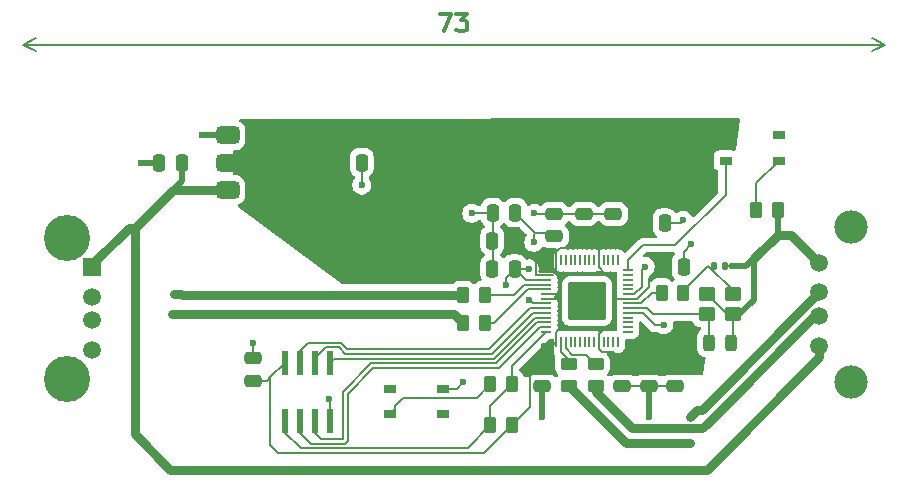
<source format=gbr>
%TF.GenerationSoftware,KiCad,Pcbnew,9.0.6*%
%TF.CreationDate,2026-01-01T04:38:27-06:00*%
%TF.ProjectId,2040Listener,32303430-4c69-4737-9465-6e65722e6b69,rev?*%
%TF.SameCoordinates,Original*%
%TF.FileFunction,Copper,L1,Top*%
%TF.FilePolarity,Positive*%
%FSLAX46Y46*%
G04 Gerber Fmt 4.6, Leading zero omitted, Abs format (unit mm)*
G04 Created by KiCad (PCBNEW 9.0.6) date 2026-01-01 04:38:27*
%MOMM*%
%LPD*%
G01*
G04 APERTURE LIST*
G04 Aperture macros list*
%AMRoundRect*
0 Rectangle with rounded corners*
0 $1 Rounding radius*
0 $2 $3 $4 $5 $6 $7 $8 $9 X,Y pos of 4 corners*
0 Add a 4 corners polygon primitive as box body*
4,1,4,$2,$3,$4,$5,$6,$7,$8,$9,$2,$3,0*
0 Add four circle primitives for the rounded corners*
1,1,$1+$1,$2,$3*
1,1,$1+$1,$4,$5*
1,1,$1+$1,$6,$7*
1,1,$1+$1,$8,$9*
0 Add four rect primitives between the rounded corners*
20,1,$1+$1,$2,$3,$4,$5,0*
20,1,$1+$1,$4,$5,$6,$7,0*
20,1,$1+$1,$6,$7,$8,$9,0*
20,1,$1+$1,$8,$9,$2,$3,0*%
G04 Aperture macros list end*
%ADD10C,0.300000*%
%TA.AperFunction,NonConductor*%
%ADD11C,0.300000*%
%TD*%
%TA.AperFunction,NonConductor*%
%ADD12C,0.200000*%
%TD*%
%TA.AperFunction,ComponentPad*%
%ADD13R,1.500000X1.500000*%
%TD*%
%TA.AperFunction,ComponentPad*%
%ADD14C,1.500000*%
%TD*%
%TA.AperFunction,ComponentPad*%
%ADD15C,3.900000*%
%TD*%
%TA.AperFunction,SMDPad,CuDef*%
%ADD16RoundRect,0.140000X-0.140000X-0.170000X0.140000X-0.170000X0.140000X0.170000X-0.140000X0.170000X0*%
%TD*%
%TA.AperFunction,SMDPad,CuDef*%
%ADD17RoundRect,0.144000X1.456000X-1.456000X1.456000X1.456000X-1.456000X1.456000X-1.456000X-1.456000X0*%
%TD*%
%TA.AperFunction,ComponentPad*%
%ADD18C,0.600000*%
%TD*%
%TA.AperFunction,SMDPad,CuDef*%
%ADD19RoundRect,0.050000X0.050000X-0.387500X0.050000X0.387500X-0.050000X0.387500X-0.050000X-0.387500X0*%
%TD*%
%TA.AperFunction,SMDPad,CuDef*%
%ADD20RoundRect,0.050000X0.387500X-0.050000X0.387500X0.050000X-0.387500X0.050000X-0.387500X-0.050000X0*%
%TD*%
%TA.AperFunction,SMDPad,CuDef*%
%ADD21RoundRect,0.250000X0.450000X-0.262500X0.450000X0.262500X-0.450000X0.262500X-0.450000X-0.262500X0*%
%TD*%
%TA.AperFunction,SMDPad,CuDef*%
%ADD22R,0.990600X0.711200*%
%TD*%
%TA.AperFunction,SMDPad,CuDef*%
%ADD23RoundRect,0.250000X-0.262500X-0.450000X0.262500X-0.450000X0.262500X0.450000X-0.262500X0.450000X0*%
%TD*%
%TA.AperFunction,SMDPad,CuDef*%
%ADD24RoundRect,0.250000X0.475000X-0.250000X0.475000X0.250000X-0.475000X0.250000X-0.475000X-0.250000X0*%
%TD*%
%TA.AperFunction,SMDPad,CuDef*%
%ADD25RoundRect,0.250000X0.250000X0.475000X-0.250000X0.475000X-0.250000X-0.475000X0.250000X-0.475000X0*%
%TD*%
%TA.AperFunction,SMDPad,CuDef*%
%ADD26RoundRect,0.071250X0.213750X-0.913750X0.213750X0.913750X-0.213750X0.913750X-0.213750X-0.913750X0*%
%TD*%
%TA.AperFunction,SMDPad,CuDef*%
%ADD27RoundRect,0.250000X-0.450000X-0.350000X0.450000X-0.350000X0.450000X0.350000X-0.450000X0.350000X0*%
%TD*%
%TA.AperFunction,SMDPad,CuDef*%
%ADD28RoundRect,0.375000X-0.625000X-0.375000X0.625000X-0.375000X0.625000X0.375000X-0.625000X0.375000X0*%
%TD*%
%TA.AperFunction,SMDPad,CuDef*%
%ADD29RoundRect,0.500000X-0.500000X-1.400000X0.500000X-1.400000X0.500000X1.400000X-0.500000X1.400000X0*%
%TD*%
%TA.AperFunction,SMDPad,CuDef*%
%ADD30RoundRect,0.250000X0.262500X0.450000X-0.262500X0.450000X-0.262500X-0.450000X0.262500X-0.450000X0*%
%TD*%
%TA.AperFunction,ComponentPad*%
%ADD31C,1.498600*%
%TD*%
%TA.AperFunction,ComponentPad*%
%ADD32C,2.819400*%
%TD*%
%TA.AperFunction,SMDPad,CuDef*%
%ADD33RoundRect,0.250000X-0.250000X-0.475000X0.250000X-0.475000X0.250000X0.475000X-0.250000X0.475000X0*%
%TD*%
%TA.AperFunction,SMDPad,CuDef*%
%ADD34RoundRect,0.243750X-0.243750X-0.456250X0.243750X-0.456250X0.243750X0.456250X-0.243750X0.456250X0*%
%TD*%
%TA.AperFunction,SMDPad,CuDef*%
%ADD35RoundRect,0.250000X-0.475000X0.250000X-0.475000X-0.250000X0.475000X-0.250000X0.475000X0.250000X0*%
%TD*%
%TA.AperFunction,ViaPad*%
%ADD36C,0.600000*%
%TD*%
%TA.AperFunction,Conductor*%
%ADD37C,0.800000*%
%TD*%
%TA.AperFunction,Conductor*%
%ADD38C,0.500000*%
%TD*%
%TA.AperFunction,Conductor*%
%ADD39C,0.200000*%
%TD*%
G04 APERTURE END LIST*
D10*
D11*
X133785714Y-42378328D02*
X134785714Y-42378328D01*
X134785714Y-42378328D02*
X134142857Y-43878328D01*
X135214285Y-42378328D02*
X136142857Y-42378328D01*
X136142857Y-42378328D02*
X135642857Y-42949757D01*
X135642857Y-42949757D02*
X135857142Y-42949757D01*
X135857142Y-42949757D02*
X136000000Y-43021185D01*
X136000000Y-43021185D02*
X136071428Y-43092614D01*
X136071428Y-43092614D02*
X136142857Y-43235471D01*
X136142857Y-43235471D02*
X136142857Y-43592614D01*
X136142857Y-43592614D02*
X136071428Y-43735471D01*
X136071428Y-43735471D02*
X136000000Y-43806900D01*
X136000000Y-43806900D02*
X135857142Y-43878328D01*
X135857142Y-43878328D02*
X135428571Y-43878328D01*
X135428571Y-43878328D02*
X135285714Y-43806900D01*
X135285714Y-43806900D02*
X135214285Y-43735471D01*
D12*
X98500000Y-45000000D02*
X98500000Y-45000000D01*
X171500000Y-45000000D02*
X171500000Y-45000000D01*
X98500000Y-45000000D02*
X171500000Y-45000000D01*
X98500000Y-45000000D02*
X99626504Y-44413579D01*
X98500000Y-45000000D02*
X99626504Y-45586421D01*
X171500000Y-45000000D02*
X170373496Y-45586421D01*
X171500000Y-45000000D02*
X170373496Y-44413579D01*
D13*
%TO.P,J2,1,5V*%
%TO.N,VBUS*%
X104375000Y-63850000D03*
D14*
%TO.P,J2,2,D-*%
%TO.N,/USB_D-*%
X104375000Y-66350000D03*
%TO.P,J2,3,D+*%
%TO.N,/USB_D+*%
X104375000Y-68350000D03*
%TO.P,J2,4,GND*%
%TO.N,GND*%
X104375000Y-70850000D03*
D15*
%TO.P,J2,5*%
%TO.N,N/C*%
X102275000Y-61350000D03*
%TO.P,J2,6*%
X102275000Y-73350000D03*
%TD*%
D16*
%TO.P,C14,1*%
%TO.N,Net-(C14-Pad1)*%
X157020000Y-63750000D03*
%TO.P,C14,2*%
%TO.N,GND*%
X157980000Y-63750000D03*
%TD*%
D17*
%TO.P,U1,57,GND*%
%TO.N,GND*%
X146275000Y-66725000D03*
D18*
X145000000Y-68000000D03*
X145000000Y-66725000D03*
X145000000Y-65450000D03*
X146275000Y-68000000D03*
X146275000Y-66725000D03*
X146275000Y-65450000D03*
X147550000Y-68000000D03*
X147550000Y-66725000D03*
X147550000Y-65450000D03*
D19*
%TO.P,U1,1,IOVDD*%
%TO.N,+3V3*%
X143675000Y-70162500D03*
%TO.P,U1,2,GPIO0*%
%TO.N,Net-(U1-GPIO0)*%
X144075000Y-70162500D03*
%TO.P,U1,3,GPIO1*%
%TO.N,Net-(U1-GPIO1)*%
X144475000Y-70162500D03*
%TO.P,U1,4,GPIO2*%
%TO.N,unconnected-(U1-GPIO2-Pad4)*%
X144875000Y-70162500D03*
%TO.P,U1,5,GPIO3*%
%TO.N,unconnected-(U1-GPIO3-Pad5)*%
X145275000Y-70162500D03*
%TO.P,U1,6,GPIO4*%
%TO.N,unconnected-(U1-GPIO4-Pad6)*%
X145675000Y-70162500D03*
%TO.P,U1,7,GPIO5*%
%TO.N,unconnected-(U1-GPIO5-Pad7)*%
X146075000Y-70162500D03*
%TO.P,U1,8,GPIO6*%
%TO.N,unconnected-(U1-GPIO6-Pad8)*%
X146475000Y-70162500D03*
%TO.P,U1,9,GPIO7*%
%TO.N,unconnected-(U1-GPIO7-Pad9)*%
X146875000Y-70162500D03*
%TO.P,U1,10,IOVDD*%
%TO.N,+3V3*%
X147275000Y-70162500D03*
%TO.P,U1,11,GPIO8*%
%TO.N,unconnected-(U1-GPIO8-Pad11)*%
X147675000Y-70162500D03*
%TO.P,U1,12,GPIO9*%
%TO.N,unconnected-(U1-GPIO9-Pad12)*%
X148075000Y-70162500D03*
%TO.P,U1,13,GPIO10*%
%TO.N,unconnected-(U1-GPIO10-Pad13)*%
X148475000Y-70162500D03*
%TO.P,U1,14,GPIO11*%
%TO.N,unconnected-(U1-GPIO11-Pad14)*%
X148875000Y-70162500D03*
D20*
%TO.P,U1,15,GPIO12*%
%TO.N,unconnected-(U1-GPIO12-Pad15)*%
X149712500Y-69325000D03*
%TO.P,U1,16,GPIO13*%
%TO.N,unconnected-(U1-GPIO13-Pad16)*%
X149712500Y-68925000D03*
%TO.P,U1,17,GPIO14*%
%TO.N,unconnected-(U1-GPIO14-Pad17)*%
X149712500Y-68525000D03*
%TO.P,U1,18,GPIO15*%
%TO.N,unconnected-(U1-GPIO15-Pad18)*%
X149712500Y-68125000D03*
%TO.P,U1,19,TESTEN*%
%TO.N,GND*%
X149712500Y-67725000D03*
%TO.P,U1,20,XIN*%
%TO.N,/XIN*%
X149712500Y-67325000D03*
%TO.P,U1,21,XOUT*%
%TO.N,/XOUT*%
X149712500Y-66925000D03*
%TO.P,U1,22,IOVDD*%
%TO.N,+3V3*%
X149712500Y-66525000D03*
%TO.P,U1,23,DVDD*%
%TO.N,+1V1*%
X149712500Y-66125000D03*
%TO.P,U1,24,SWCLK*%
%TO.N,/SWCLK*%
X149712500Y-65725000D03*
%TO.P,U1,25,SWD*%
%TO.N,/SWD*%
X149712500Y-65325000D03*
%TO.P,U1,26,RUN*%
%TO.N,/RUN*%
X149712500Y-64925000D03*
%TO.P,U1,27,GPIO16*%
%TO.N,unconnected-(U1-GPIO16-Pad27)*%
X149712500Y-64525000D03*
%TO.P,U1,28,GPIO17*%
%TO.N,/GPIO17*%
X149712500Y-64125000D03*
D19*
%TO.P,U1,29,GPIO18*%
%TO.N,unconnected-(U1-GPIO18-Pad29)*%
X148875000Y-63287500D03*
%TO.P,U1,30,GPIO19*%
%TO.N,unconnected-(U1-GPIO19-Pad30)*%
X148475000Y-63287500D03*
%TO.P,U1,31,GPIO20*%
%TO.N,unconnected-(U1-GPIO20-Pad31)*%
X148075000Y-63287500D03*
%TO.P,U1,32,GPIO21*%
%TO.N,unconnected-(U1-GPIO21-Pad32)*%
X147675000Y-63287500D03*
%TO.P,U1,33,IOVDD*%
%TO.N,+3V3*%
X147275000Y-63287500D03*
%TO.P,U1,34,GPIO22*%
%TO.N,unconnected-(U1-GPIO22-Pad34)*%
X146875000Y-63287500D03*
%TO.P,U1,35,GPIO23*%
%TO.N,unconnected-(U1-GPIO23-Pad35)*%
X146475000Y-63287500D03*
%TO.P,U1,36,GPIO24*%
%TO.N,unconnected-(U1-GPIO24-Pad36)*%
X146075000Y-63287500D03*
%TO.P,U1,37,GPIO25*%
%TO.N,unconnected-(U1-GPIO25-Pad37)*%
X145675000Y-63287500D03*
%TO.P,U1,38,GPIO26_ADC0*%
%TO.N,unconnected-(U1-GPIO26_ADC0-Pad38)*%
X145275000Y-63287500D03*
%TO.P,U1,39,GPIO27_ADC1*%
%TO.N,unconnected-(U1-GPIO27_ADC1-Pad39)*%
X144875000Y-63287500D03*
%TO.P,U1,40,GPIO28_ADC2*%
%TO.N,unconnected-(U1-GPIO28_ADC2-Pad40)*%
X144475000Y-63287500D03*
%TO.P,U1,41,GPIO29_ADC3*%
%TO.N,unconnected-(U1-GPIO29_ADC3-Pad41)*%
X144075000Y-63287500D03*
%TO.P,U1,42,IOVDD*%
%TO.N,+3V3*%
X143675000Y-63287500D03*
D20*
%TO.P,U1,43,ADC_AVDD*%
X142837500Y-64125000D03*
%TO.P,U1,44,VREG_IN*%
X142837500Y-64525000D03*
%TO.P,U1,45,VREG_VOUT*%
%TO.N,+1V1*%
X142837500Y-64925000D03*
%TO.P,U1,46,USB_DM*%
%TO.N,Net-(U1-USB_DM)*%
X142837500Y-65325000D03*
%TO.P,U1,47,USB_DP*%
%TO.N,Net-(U1-USB_DP)*%
X142837500Y-65725000D03*
%TO.P,U1,48,USB_VDD*%
%TO.N,+3V3*%
X142837500Y-66125000D03*
%TO.P,U1,49,IOVDD*%
X142837500Y-66525000D03*
%TO.P,U1,50,DVDD*%
%TO.N,+1V1*%
X142837500Y-66925000D03*
%TO.P,U1,51,QSPI_SD3*%
%TO.N,/QSPI_SD3*%
X142837500Y-67325000D03*
%TO.P,U1,52,QSPI_SCLK*%
%TO.N,/QSPI_SCLK*%
X142837500Y-67725000D03*
%TO.P,U1,53,QSPI_SD0*%
%TO.N,/QSPI_SD0*%
X142837500Y-68125000D03*
%TO.P,U1,54,QSPI_SD2*%
%TO.N,/QSPI_SD2*%
X142837500Y-68525000D03*
%TO.P,U1,55,QSPI_SD1*%
%TO.N,/QSPI_SD1*%
X142837500Y-68925000D03*
%TO.P,U1,56,QSPI_SS*%
%TO.N,/QSPI_SS*%
X142837500Y-69325000D03*
%TD*%
D21*
%TO.P,R8,1*%
%TO.N,/GPIO1*%
X147000000Y-73912500D03*
%TO.P,R8,2*%
%TO.N,Net-(U1-GPIO1)*%
X147000000Y-72087500D03*
%TD*%
%TO.P,R7,1*%
%TO.N,/GPIO0*%
X144750000Y-73912500D03*
%TO.P,R7,2*%
%TO.N,Net-(U1-GPIO0)*%
X144750000Y-72087500D03*
%TD*%
D22*
%TO.P,SW2,1,1*%
%TO.N,Net-(R6-Pad1)*%
X162500001Y-54824999D03*
%TO.P,SW2,2,2*%
%TO.N,/GPIO17*%
X157999999Y-54824999D03*
%TO.P,SW2,3,3*%
%TO.N,unconnected-(SW2-Pad3)*%
X162500001Y-52675001D03*
%TO.P,SW2,4,4*%
%TO.N,+3V3*%
X157999999Y-52675001D03*
%TD*%
D23*
%TO.P,R6,1*%
%TO.N,Net-(R6-Pad1)*%
X160587500Y-59000000D03*
%TO.P,R6,2*%
%TO.N,GND*%
X162412500Y-59000000D03*
%TD*%
D24*
%TO.P,C2,2*%
%TO.N,GND*%
X143500000Y-59350000D03*
%TO.P,C2,1*%
%TO.N,+1V1*%
X143500000Y-61250000D03*
%TD*%
D25*
%TO.P,C5,1*%
%TO.N,+3V3*%
X140150000Y-61600000D03*
%TO.P,C5,2*%
%TO.N,GND*%
X138250000Y-61600000D03*
%TD*%
D26*
%TO.P,U4,1,/CS*%
%TO.N,/QSPI_SS*%
X120695000Y-76875000D03*
%TO.P,U4,2,IO1*%
%TO.N,/QSPI_SD1*%
X121965000Y-76875000D03*
%TO.P,U4,3,IO2*%
%TO.N,/QSPI_SD2*%
X123235000Y-76875000D03*
%TO.P,U4,4,VSS*%
%TO.N,GND*%
X124505000Y-76875000D03*
%TO.P,U4,5,SI*%
%TO.N,/QSPI_SD0*%
X124505000Y-71925000D03*
%TO.P,U4,6,SCL*%
%TO.N,/QSPI_SCLK*%
X123235000Y-71925000D03*
%TO.P,U4,7,IO3*%
%TO.N,/QSPI_SD3*%
X121965000Y-71925000D03*
%TO.P,U4,8,VCC*%
%TO.N,+3V3*%
X120695000Y-71925000D03*
%TD*%
D22*
%TO.P,SW1,1,1*%
%TO.N,unconnected-(SW1-Pad1)*%
X134050001Y-76274999D03*
%TO.P,SW1,2,2*%
%TO.N,Net-(R3-Pad2)*%
X129549999Y-76274999D03*
%TO.P,SW1,3,3*%
%TO.N,GND*%
X134050001Y-74125001D03*
%TO.P,SW1,4,4*%
%TO.N,unconnected-(SW1-Pad4)*%
X129549999Y-74125001D03*
%TD*%
D27*
%TO.P,Y1,1,1*%
%TO.N,/XIN*%
X156400000Y-67850000D03*
%TO.P,Y1,2,2*%
%TO.N,GND*%
X158600000Y-67850000D03*
%TO.P,Y1,3,3*%
%TO.N,Net-(C14-Pad1)*%
X158600000Y-66150000D03*
%TO.P,Y1,4,4*%
%TO.N,GND*%
X156400000Y-66150000D03*
%TD*%
D28*
%TO.P,U2,3,VI*%
%TO.N,VBUS*%
X115850000Y-57300000D03*
D29*
%TO.P,U2,2,VO*%
%TO.N,+3V3*%
X122150000Y-55000000D03*
D28*
X115850000Y-55000000D03*
%TO.P,U2,1,GND*%
%TO.N,GND*%
X115850000Y-52700000D03*
%TD*%
D23*
%TO.P,R5,1*%
%TO.N,/XOUT*%
X152587500Y-66000000D03*
%TO.P,R5,2*%
%TO.N,Net-(C14-Pad1)*%
X154412500Y-66000000D03*
%TD*%
D30*
%TO.P,R4,1*%
%TO.N,+3V3*%
X139912500Y-77250000D03*
%TO.P,R4,2*%
%TO.N,/QSPI_SS*%
X138087500Y-77250000D03*
%TD*%
%TO.P,R3,1*%
%TO.N,/QSPI_SS*%
X139912500Y-73750000D03*
%TO.P,R3,2*%
%TO.N,Net-(R3-Pad2)*%
X138087500Y-73750000D03*
%TD*%
D23*
%TO.P,R2,1*%
%TO.N,/USB_D-*%
X135787500Y-66200000D03*
%TO.P,R2,2*%
%TO.N,Net-(U1-USB_DM)*%
X137612500Y-66200000D03*
%TD*%
%TO.P,R1,1*%
%TO.N,/USB_D+*%
X135787500Y-68600000D03*
%TO.P,R1,2*%
%TO.N,Net-(U1-USB_DP)*%
X137612500Y-68600000D03*
%TD*%
D31*
%TO.P,J1,1,5V*%
%TO.N,VBUS*%
X165929700Y-70492500D03*
%TO.P,J1,2,D-*%
%TO.N,/GPIO1*%
X165929700Y-67992500D03*
%TO.P,J1,3,D+*%
%TO.N,/GPIO0*%
X165929700Y-65992499D03*
%TO.P,J1,4,GND*%
%TO.N,GND*%
X165929700Y-63492501D03*
D32*
%TO.P,J1,5*%
%TO.N,N/C*%
X168639700Y-73562500D03*
%TO.P,J1,6*%
X168639700Y-60422500D03*
%TD*%
D24*
%TO.P,C17,1*%
%TO.N,+3V3*%
X118000000Y-73450000D03*
%TO.P,C17,2*%
%TO.N,GND*%
X118000000Y-71550000D03*
%TD*%
D33*
%TO.P,C16,1*%
%TO.N,+3V3*%
X125300000Y-55000000D03*
%TO.P,C16,2*%
%TO.N,GND*%
X127200000Y-55000000D03*
%TD*%
D25*
%TO.P,C15,1*%
%TO.N,VBUS*%
X111950000Y-55000000D03*
%TO.P,C15,2*%
%TO.N,GND*%
X110050000Y-55000000D03*
%TD*%
D34*
%TO.P,C13,1*%
%TO.N,/XIN*%
X156562500Y-70250000D03*
%TO.P,C13,2*%
%TO.N,GND*%
X158437500Y-70250000D03*
%TD*%
D24*
%TO.P,C12,1*%
%TO.N,+3V3*%
X148500000Y-61250000D03*
%TO.P,C12,2*%
%TO.N,GND*%
X148500000Y-59350000D03*
%TD*%
%TO.P,C11,1*%
%TO.N,+3V3*%
X146000000Y-61250000D03*
%TO.P,C11,2*%
%TO.N,GND*%
X146000000Y-59350000D03*
%TD*%
D35*
%TO.P,C10,1*%
%TO.N,+3V3*%
X153750000Y-72050000D03*
%TO.P,C10,2*%
%TO.N,GND*%
X153750000Y-73950000D03*
%TD*%
D33*
%TO.P,C9,1*%
%TO.N,+3V3*%
X150950000Y-60100000D03*
%TO.P,C9,2*%
%TO.N,GND*%
X152850000Y-60100000D03*
%TD*%
D35*
%TO.P,C8,1*%
%TO.N,+3V3*%
X151500000Y-72050000D03*
%TO.P,C8,2*%
%TO.N,GND*%
X151500000Y-73950000D03*
%TD*%
%TO.P,C7,1*%
%TO.N,+3V3*%
X149250000Y-72050000D03*
%TO.P,C7,2*%
%TO.N,GND*%
X149250000Y-73950000D03*
%TD*%
%TO.P,C6,1*%
%TO.N,+3V3*%
X142500000Y-72050000D03*
%TO.P,C6,2*%
%TO.N,GND*%
X142500000Y-73950000D03*
%TD*%
D33*
%TO.P,C4,1*%
%TO.N,+3V3*%
X152550000Y-63800000D03*
%TO.P,C4,2*%
%TO.N,GND*%
X154450000Y-63800000D03*
%TD*%
D25*
%TO.P,C3,1*%
%TO.N,+1V1*%
X140150000Y-64000000D03*
%TO.P,C3,2*%
%TO.N,GND*%
X138250000Y-64000000D03*
%TD*%
%TO.P,C1,1*%
%TO.N,+1V1*%
X140200000Y-59250000D03*
%TO.P,C1,2*%
%TO.N,GND*%
X138300000Y-59250000D03*
%TD*%
D36*
%TO.N,+1V1*%
X151200000Y-63800000D03*
X141400000Y-66600000D03*
X139400000Y-65400000D03*
%TO.N,GND*%
X136500000Y-59300000D03*
X141800000Y-59300000D03*
X127200000Y-56900000D03*
X154400000Y-59900000D03*
X155100000Y-61900000D03*
X118000000Y-70250000D03*
%TO.N,+1V1*%
X141750000Y-61750000D03*
X141375000Y-64000000D03*
%TO.N,/GPIO0*%
X155000000Y-76500000D03*
X155000000Y-78750000D03*
%TO.N,GND*%
X135800000Y-73600000D03*
X124400000Y-75000000D03*
X151500000Y-76525000D03*
%TO.N,+3V3*%
X151500000Y-70000000D03*
%TO.N,GND*%
X152750000Y-68750000D03*
X142500000Y-76500000D03*
%TO.N,/USB_D+*%
X111100000Y-67800000D03*
%TO.N,/USB_D-*%
X111300000Y-66100000D03*
%TO.N,GND*%
X113700000Y-52700000D03*
X108500000Y-55000000D03*
%TD*%
D37*
%TO.N,VBUS*%
X104375000Y-63600000D02*
X104375000Y-63850000D01*
X107475000Y-60500000D02*
X104375000Y-63600000D01*
X108000000Y-60500000D02*
X107475000Y-60500000D01*
X108000000Y-60500000D02*
X111200000Y-57300000D01*
X111000000Y-81000000D02*
X108000000Y-78000000D01*
X156400000Y-81000000D02*
X111000000Y-81000000D01*
X108000000Y-78000000D02*
X108000000Y-60500000D01*
X165929700Y-71470300D02*
X156400000Y-81000000D01*
X165929700Y-70492500D02*
X165929700Y-71470300D01*
%TO.N,/USB_D+*%
X134987500Y-67800000D02*
X111100000Y-67800000D01*
X135787500Y-68600000D02*
X134987500Y-67800000D01*
%TO.N,/USB_D-*%
X112000000Y-66200000D02*
X135787500Y-66200000D01*
X111900000Y-66100000D02*
X112000000Y-66200000D01*
X111300000Y-66100000D02*
X111900000Y-66100000D01*
D38*
%TO.N,VBUS*%
X111950000Y-56550000D02*
X111950000Y-55000000D01*
X111200000Y-57300000D02*
X111950000Y-56550000D01*
D37*
X111200000Y-57300000D02*
X115850000Y-57300000D01*
D39*
%TO.N,GND*%
X149250000Y-73950000D02*
X153750000Y-73950000D01*
%TO.N,+3V3*%
X143875000Y-66125000D02*
X143900000Y-66100000D01*
X142837500Y-66125000D02*
X143875000Y-66125000D01*
X142837500Y-66525000D02*
X143975000Y-66525000D01*
X143675000Y-64175000D02*
X143900000Y-64400000D01*
X143675000Y-63287500D02*
X143675000Y-64175000D01*
X147275000Y-63875000D02*
X147800000Y-64400000D01*
X147275000Y-63287500D02*
X147275000Y-63875000D01*
X148625000Y-66525000D02*
X148600000Y-66500000D01*
X149712500Y-66525000D02*
X148625000Y-66525000D01*
X147275000Y-69525000D02*
X147700000Y-69100000D01*
X147275000Y-70162500D02*
X147275000Y-69525000D01*
X143675000Y-69325000D02*
X144200000Y-68800000D01*
X143675000Y-70162500D02*
X143675000Y-69325000D01*
%TO.N,+1V1*%
X150900000Y-65500000D02*
X150900000Y-64100000D01*
X150900000Y-64100000D02*
X151200000Y-63800000D01*
X150275000Y-66125000D02*
X150900000Y-65500000D01*
X149712500Y-66125000D02*
X150275000Y-66125000D01*
X139400000Y-64750000D02*
X140150000Y-64000000D01*
X139400000Y-65400000D02*
X139400000Y-64750000D01*
X141725000Y-66925000D02*
X141400000Y-66600000D01*
X142837500Y-66925000D02*
X141725000Y-66925000D01*
%TO.N,GND*%
X147275000Y-67725000D02*
X146275000Y-66725000D01*
%TO.N,+1V1*%
X140150000Y-64000000D02*
X141375000Y-64000000D01*
%TO.N,GND*%
X136550000Y-59250000D02*
X136500000Y-59300000D01*
X138300000Y-59250000D02*
X136550000Y-59250000D01*
X138300000Y-63950000D02*
X138250000Y-64000000D01*
X138300000Y-59250000D02*
X138300000Y-63950000D01*
X141850000Y-59350000D02*
X141800000Y-59300000D01*
X143500000Y-59350000D02*
X141850000Y-59350000D01*
X143500000Y-59350000D02*
X146000000Y-59350000D01*
X148500000Y-59350000D02*
X146000000Y-59350000D01*
X127200000Y-55000000D02*
X127200000Y-56900000D01*
D38*
X159150000Y-67850000D02*
X158600000Y-67850000D01*
X160400000Y-66600000D02*
X159150000Y-67850000D01*
X160400000Y-63100000D02*
X160400000Y-66600000D01*
X159750000Y-63750000D02*
X160400000Y-63100000D01*
X158450000Y-63750000D02*
X159750000Y-63750000D01*
D37*
X160400000Y-63100000D02*
X162412500Y-61087500D01*
D39*
X154200000Y-60100000D02*
X154400000Y-59900000D01*
X152850000Y-60100000D02*
X154200000Y-60100000D01*
%TO.N,+3V3*%
X145000000Y-62250000D02*
X146000000Y-61250000D01*
X143675000Y-62575000D02*
X144000000Y-62250000D01*
X143675000Y-63287500D02*
X143675000Y-62575000D01*
X144000000Y-62250000D02*
X145000000Y-62250000D01*
%TO.N,GND*%
X154450000Y-62550000D02*
X155100000Y-61900000D01*
X154450000Y-63800000D02*
X154450000Y-62550000D01*
%TO.N,+3V3*%
X151500000Y-64850000D02*
X152550000Y-63800000D01*
X150475000Y-66525000D02*
X151500000Y-65500000D01*
X151500000Y-65500000D02*
X151500000Y-64850000D01*
X149712500Y-66525000D02*
X150475000Y-66525000D01*
D37*
%TO.N,/GPIO1*%
X147000000Y-74406250D02*
X147000000Y-73912500D01*
X150093750Y-77500000D02*
X147000000Y-74406250D01*
X156000000Y-77500000D02*
X150093750Y-77500000D01*
X157001000Y-76514628D02*
X156414628Y-77101000D01*
X157001000Y-76499000D02*
X157001000Y-76514628D01*
X156399000Y-77101000D02*
X156000000Y-77500000D01*
X165507500Y-67992500D02*
X157001000Y-76499000D01*
X165929700Y-67992500D02*
X165507500Y-67992500D01*
X156414628Y-77101000D02*
X156399000Y-77101000D01*
%TO.N,/GPIO0*%
X155577801Y-75922199D02*
X155000000Y-76500000D01*
X156000000Y-75922199D02*
X155577801Y-75922199D01*
X156000000Y-75922199D02*
X165929700Y-65992499D01*
D39*
%TO.N,GND*%
X118000000Y-71550000D02*
X118000000Y-70250000D01*
%TO.N,+3V3*%
X119435000Y-73185000D02*
X120695000Y-71925000D01*
X119435000Y-73185000D02*
X119170000Y-73450000D01*
X119170000Y-73450000D02*
X118000000Y-73450000D01*
%TO.N,+1V1*%
X141750000Y-61100000D02*
X141900000Y-60950000D01*
X141750000Y-61750000D02*
X141750000Y-61100000D01*
X141900000Y-60950000D02*
X143500000Y-60950000D01*
X140200000Y-59250000D02*
X141900000Y-60950000D01*
%TO.N,Net-(R6-Pad1)*%
X160587500Y-59000000D02*
X160587500Y-56737500D01*
X160587500Y-56737500D02*
X162500001Y-54824999D01*
D38*
%TO.N,GND*%
X162412500Y-61087500D02*
X162412500Y-59000000D01*
D39*
X158100000Y-67850000D02*
X158600000Y-67850000D01*
X156400000Y-66150000D02*
X158100000Y-67850000D01*
%TO.N,Net-(C14-Pad1)*%
X158600000Y-65800000D02*
X158600000Y-66150000D01*
X156550000Y-63750000D02*
X158600000Y-65800000D01*
X154412500Y-65887500D02*
X156550000Y-63750000D01*
X154412500Y-66000000D02*
X154412500Y-65887500D01*
%TO.N,Net-(U1-USB_DP)*%
X138400000Y-68600000D02*
X137612500Y-68600000D01*
X141275000Y-65725000D02*
X138400000Y-68600000D01*
%TO.N,Net-(U1-USB_DM)*%
X140050000Y-66200000D02*
X140925000Y-65325000D01*
X137612500Y-66200000D02*
X140050000Y-66200000D01*
%TO.N,+3V3*%
X141975000Y-64525000D02*
X141975000Y-63425000D01*
X141975000Y-64525000D02*
X141917100Y-64525000D01*
X141975000Y-63425000D02*
X140150000Y-61600000D01*
%TO.N,+1V1*%
X141075000Y-64925000D02*
X140150000Y-64000000D01*
X142837500Y-64925000D02*
X141075000Y-64925000D01*
%TO.N,+3V3*%
X119400000Y-73220000D02*
X119435000Y-73185000D01*
X119400000Y-78900000D02*
X119400000Y-73220000D01*
X120101000Y-79601000D02*
X119400000Y-78900000D01*
X137561500Y-79601000D02*
X120101000Y-79601000D01*
X139912500Y-77250000D02*
X137561500Y-79601000D01*
D37*
%TO.N,GND*%
X163524699Y-61087500D02*
X165929700Y-63492501D01*
X162412500Y-61087500D02*
X163524699Y-61087500D01*
D39*
%TO.N,/QSPI_SD3*%
X141475000Y-67325000D02*
X142837500Y-67325000D01*
X125405100Y-70238000D02*
X125965100Y-70798000D01*
X122667000Y-70238000D02*
X125405100Y-70238000D01*
X125965100Y-70798000D02*
X138002000Y-70798000D01*
X121965000Y-70940000D02*
X122667000Y-70238000D01*
X138002000Y-70798000D02*
X141475000Y-67325000D01*
X121965000Y-71925000D02*
X121965000Y-70940000D01*
%TO.N,/QSPI_SCLK*%
X124135084Y-70639000D02*
X123235000Y-71539084D01*
X125799000Y-71199000D02*
X125239000Y-70639000D01*
X138201000Y-71199000D02*
X125799000Y-71199000D01*
X141675000Y-67725000D02*
X138201000Y-71199000D01*
X125239000Y-70639000D02*
X124135084Y-70639000D01*
X123235000Y-71539084D02*
X123235000Y-71925000D01*
X142837500Y-67725000D02*
X141675000Y-67725000D01*
%TO.N,/QSPI_SD0*%
X138400000Y-71600000D02*
X141875000Y-68125000D01*
X141875000Y-68125000D02*
X142837500Y-68125000D01*
X124830000Y-71600000D02*
X138400000Y-71600000D01*
X124505000Y-71925000D02*
X124830000Y-71600000D01*
%TO.N,/QSPI_SD2*%
X123235000Y-77860000D02*
X123235000Y-76875000D01*
X128000000Y-72000000D02*
X125600000Y-74400000D01*
X138600000Y-72000000D02*
X128000000Y-72000000D01*
X123775000Y-78400000D02*
X123235000Y-77860000D01*
X142075000Y-68525000D02*
X138600000Y-72000000D01*
X125600000Y-74400000D02*
X125600000Y-78400000D01*
X142837500Y-68525000D02*
X142075000Y-68525000D01*
X125600000Y-78400000D02*
X123775000Y-78400000D01*
%TO.N,/QSPI_SD1*%
X142275000Y-68925000D02*
X142837500Y-68925000D01*
X138800000Y-72400000D02*
X142275000Y-68925000D01*
X128201000Y-72400000D02*
X138800000Y-72400000D01*
X128200000Y-72401000D02*
X128201000Y-72400000D01*
X128166100Y-72401000D02*
X128200000Y-72401000D01*
X126001000Y-74566100D02*
X128166100Y-72401000D01*
X122905000Y-78800000D02*
X125800000Y-78800000D01*
X121965000Y-77860000D02*
X122905000Y-78800000D01*
X121965000Y-76875000D02*
X121965000Y-77860000D01*
X125800000Y-78800000D02*
X126001000Y-78599000D01*
X126001000Y-78599000D02*
X126001000Y-74566100D01*
%TO.N,/QSPI_SS*%
X139912500Y-72250000D02*
X139912500Y-73750000D01*
X142837500Y-69325000D02*
X139912500Y-72250000D01*
%TO.N,GND*%
X135274999Y-74125001D02*
X135800000Y-73600000D01*
X134050001Y-74125001D02*
X135274999Y-74125001D01*
%TO.N,Net-(R3-Pad2)*%
X129999999Y-75824999D02*
X129549999Y-76274999D01*
X129999999Y-75574999D02*
X129999999Y-75824999D01*
%TO.N,GND*%
X124505000Y-76875000D02*
X124505000Y-75105000D01*
X124505000Y-75105000D02*
X124400000Y-75000000D01*
%TO.N,/QSPI_SS*%
X136200000Y-79200000D02*
X136200000Y-79137500D01*
X122035000Y-79200000D02*
X136200000Y-79200000D01*
X120695000Y-77860000D02*
X122035000Y-79200000D01*
X120695000Y-76875000D02*
X120695000Y-77860000D01*
X136200000Y-79137500D02*
X138087500Y-77250000D01*
%TO.N,Net-(U1-USB_DP)*%
X141275000Y-65725000D02*
X142837500Y-65725000D01*
%TO.N,Net-(U1-USB_DM)*%
X142837500Y-65325000D02*
X140925000Y-65325000D01*
%TO.N,/QSPI_SS*%
X138087500Y-75575000D02*
X139912500Y-73750000D01*
X138087500Y-77250000D02*
X138087500Y-75575000D01*
%TO.N,+3V3*%
X141474000Y-73076000D02*
X142500000Y-72050000D01*
X141474000Y-75688500D02*
X141474000Y-73076000D01*
X139912500Y-77250000D02*
X141474000Y-75688500D01*
%TO.N,Net-(U1-GPIO1)*%
X146162500Y-71250000D02*
X147000000Y-72087500D01*
X145000000Y-71250000D02*
X146162500Y-71250000D01*
X144475000Y-70725000D02*
X145000000Y-71250000D01*
X144475000Y-70162500D02*
X144475000Y-70725000D01*
%TO.N,Net-(U1-GPIO0)*%
X144075000Y-71075000D02*
X144075000Y-70162500D01*
X144750000Y-71750000D02*
X144075000Y-71075000D01*
X144750000Y-72087500D02*
X144750000Y-71750000D01*
%TO.N,+3V3*%
X147275000Y-70775000D02*
X147275000Y-70162500D01*
X147500000Y-71000000D02*
X147275000Y-70775000D01*
X148500000Y-71000000D02*
X147500000Y-71000000D01*
X148750000Y-71250000D02*
X148500000Y-71000000D01*
X148750000Y-72050000D02*
X148750000Y-71250000D01*
X142972774Y-64125000D02*
X142837500Y-64125000D01*
X143372774Y-64525000D02*
X142837500Y-64525000D01*
X142837500Y-66525000D02*
X143275000Y-66525000D01*
D38*
%TO.N,GND*%
X151500000Y-76525000D02*
X151500000Y-73975000D01*
D39*
%TO.N,+3V3*%
X151500000Y-70000000D02*
X151500000Y-72050000D01*
%TO.N,/GPIO17*%
X157999999Y-57750001D02*
X157999999Y-54824999D01*
X153750000Y-62000000D02*
X157999999Y-57750001D01*
X149712500Y-63287500D02*
X151000000Y-62000000D01*
X151000000Y-62000000D02*
X153750000Y-62000000D01*
X149712500Y-64125000D02*
X149712500Y-63287500D01*
%TO.N,/XOUT*%
X150825000Y-66925000D02*
X151750000Y-66000000D01*
X149712500Y-66925000D02*
X150825000Y-66925000D01*
X151750000Y-66000000D02*
X152587500Y-66000000D01*
%TO.N,+3V3*%
X142837500Y-64125000D02*
X142837500Y-64087500D01*
X142837500Y-64525000D02*
X141975000Y-64525000D01*
%TO.N,GND*%
X152000000Y-68750000D02*
X152750000Y-68750000D01*
X150975000Y-67725000D02*
X152000000Y-68750000D01*
X149712500Y-67725000D02*
X150975000Y-67725000D01*
%TO.N,/XIN*%
X151325000Y-67325000D02*
X151850000Y-67850000D01*
X151850000Y-67850000D02*
X156400000Y-67850000D01*
X149712500Y-67325000D02*
X151325000Y-67325000D01*
%TO.N,+3V3*%
X147275000Y-62175000D02*
X148500000Y-60950000D01*
X147275000Y-63287500D02*
X147275000Y-62175000D01*
%TO.N,Net-(R3-Pad2)*%
X130656599Y-74918399D02*
X129999999Y-75574999D01*
X136919101Y-74918399D02*
X130656599Y-74918399D01*
X138087500Y-73750000D02*
X136919101Y-74918399D01*
%TO.N,GND*%
X158600000Y-67850000D02*
X158600000Y-67736160D01*
%TO.N,/XIN*%
X156562500Y-70250000D02*
X156562500Y-68012500D01*
X156562500Y-68012500D02*
X156400000Y-67850000D01*
%TO.N,GND*%
X158600000Y-70087500D02*
X158437500Y-70250000D01*
X158600000Y-67850000D02*
X158600000Y-70087500D01*
%TO.N,+3V3*%
X143500000Y-70337500D02*
X143675000Y-70162500D01*
X142500000Y-70337500D02*
X143500000Y-70337500D01*
D38*
%TO.N,GND*%
X142500000Y-76500000D02*
X142500000Y-73950000D01*
D39*
%TO.N,+3V3*%
X142500000Y-72050000D02*
X142500000Y-70337500D01*
D38*
%TO.N,GND*%
X110050000Y-55000000D02*
X108500000Y-55000000D01*
X115850000Y-52700000D02*
X113700000Y-52700000D01*
D37*
%TO.N,/GPIO0*%
X149587500Y-78750000D02*
X144750000Y-73912500D01*
X155000000Y-78750000D02*
X149587500Y-78750000D01*
%TD*%
%TA.AperFunction,Conductor*%
%TO.N,+3V3*%
G36*
X143404624Y-69928932D02*
G01*
X143456348Y-69975904D01*
X143474500Y-70040496D01*
X143474500Y-70988330D01*
X143474499Y-70988348D01*
X143474499Y-71154054D01*
X143474498Y-71154054D01*
X143479039Y-71170999D01*
X143515423Y-71306785D01*
X143515424Y-71306786D01*
X143528278Y-71329052D01*
X143528283Y-71329058D01*
X143592858Y-71440907D01*
X143609330Y-71508807D01*
X143603176Y-71541909D01*
X143589241Y-71583962D01*
X143560001Y-71672203D01*
X143560000Y-71672204D01*
X143549500Y-71774983D01*
X143549500Y-72400001D01*
X143549501Y-72400019D01*
X143560000Y-72502796D01*
X143560001Y-72502799D01*
X143615185Y-72669331D01*
X143615187Y-72669336D01*
X143707289Y-72818657D01*
X143800950Y-72912318D01*
X143805318Y-72920318D01*
X143812612Y-72925790D01*
X143821800Y-72950502D01*
X143834435Y-72973641D01*
X143833784Y-72982734D01*
X143836962Y-72991280D01*
X143831331Y-73017034D01*
X143829451Y-73043333D01*
X143823591Y-73052439D01*
X143822040Y-73059537D01*
X143800860Y-73087770D01*
X143800371Y-73088258D01*
X143739014Y-73121680D01*
X143714026Y-73124481D01*
X143511257Y-73126519D01*
X143444915Y-73108064D01*
X143294340Y-73015189D01*
X143294335Y-73015187D01*
X143294334Y-73015186D01*
X143127797Y-72960001D01*
X143127795Y-72960000D01*
X143025010Y-72949500D01*
X141974998Y-72949500D01*
X141974980Y-72949501D01*
X141872203Y-72960000D01*
X141872200Y-72960001D01*
X141705668Y-73015185D01*
X141705659Y-73015189D01*
X141556345Y-73107286D01*
X141556338Y-73107291D01*
X141552863Y-73110767D01*
X141491536Y-73144245D01*
X141466438Y-73147070D01*
X141007273Y-73151685D01*
X140940039Y-73132675D01*
X140893756Y-73080333D01*
X140888321Y-73066695D01*
X140887565Y-73064413D01*
X140859814Y-72980666D01*
X140767712Y-72831344D01*
X140643656Y-72707288D01*
X140643655Y-72707287D01*
X140571902Y-72663029D01*
X140565078Y-72655442D01*
X140555797Y-72651204D01*
X140542109Y-72629905D01*
X140525178Y-72611081D01*
X140522533Y-72599444D01*
X140518023Y-72592426D01*
X140513000Y-72557491D01*
X140513000Y-72550097D01*
X140532685Y-72483058D01*
X140549319Y-72462416D01*
X143049917Y-69961819D01*
X143111240Y-69928334D01*
X143137598Y-69925500D01*
X143268095Y-69925500D01*
X143268102Y-69925500D01*
X143335717Y-69917380D01*
X143404624Y-69928932D01*
G37*
%TD.AperFunction*%
%TA.AperFunction,Conductor*%
G36*
X150796095Y-68428162D02*
G01*
X150800423Y-68427837D01*
X150827591Y-68442545D01*
X150855703Y-68455384D01*
X150861812Y-68461073D01*
X150861866Y-68461102D01*
X150861889Y-68461144D01*
X150862181Y-68461416D01*
X151515139Y-69114374D01*
X151515149Y-69114385D01*
X151519479Y-69118715D01*
X151519480Y-69118716D01*
X151631284Y-69230520D01*
X151682845Y-69260288D01*
X151718095Y-69280639D01*
X151718097Y-69280641D01*
X151756151Y-69302611D01*
X151768215Y-69309577D01*
X151920943Y-69350501D01*
X151920946Y-69350501D01*
X152086653Y-69350501D01*
X152086669Y-69350500D01*
X152170234Y-69350500D01*
X152237273Y-69370185D01*
X152239125Y-69371398D01*
X152370814Y-69459390D01*
X152370827Y-69459397D01*
X152516498Y-69519735D01*
X152516503Y-69519737D01*
X152621418Y-69540606D01*
X152671153Y-69550499D01*
X152671156Y-69550500D01*
X152671158Y-69550500D01*
X152828844Y-69550500D01*
X152828845Y-69550499D01*
X152983497Y-69519737D01*
X153129179Y-69459394D01*
X153260289Y-69371789D01*
X153371789Y-69260289D01*
X153459394Y-69129179D01*
X153519737Y-68983497D01*
X153550500Y-68828842D01*
X153550500Y-68671158D01*
X153550500Y-68671155D01*
X153550499Y-68671153D01*
X153536086Y-68598691D01*
X153542313Y-68529100D01*
X153585176Y-68473922D01*
X153651066Y-68450678D01*
X153657703Y-68450500D01*
X155154092Y-68450500D01*
X155221131Y-68470185D01*
X155259636Y-68514271D01*
X155261395Y-68513187D01*
X155265185Y-68519332D01*
X155265186Y-68519334D01*
X155357288Y-68668656D01*
X155481344Y-68792712D01*
X155630666Y-68884814D01*
X155797203Y-68939999D01*
X155850603Y-68945454D01*
X155853040Y-68946448D01*
X155855647Y-68946074D01*
X155885210Y-68959575D01*
X155915294Y-68971850D01*
X155916807Y-68974004D01*
X155919203Y-68975099D01*
X155936773Y-69002439D01*
X155955445Y-69029030D01*
X155955990Y-69032342D01*
X155956977Y-69033877D01*
X155962000Y-69068812D01*
X155962000Y-69070149D01*
X155942315Y-69137188D01*
X155903099Y-69175686D01*
X155853998Y-69205972D01*
X155730971Y-69329000D01*
X155639642Y-69477066D01*
X155639637Y-69477077D01*
X155584913Y-69642223D01*
X155574500Y-69744144D01*
X155574500Y-70755855D01*
X155584913Y-70857776D01*
X155639637Y-71022922D01*
X155639642Y-71022933D01*
X155730971Y-71170999D01*
X155730974Y-71171003D01*
X155853996Y-71294025D01*
X155854000Y-71294028D01*
X156002066Y-71385357D01*
X156002069Y-71385358D01*
X156002075Y-71385362D01*
X156112175Y-71421845D01*
X156167224Y-71440087D01*
X156179607Y-71441352D01*
X156194487Y-71442872D01*
X156259179Y-71469267D01*
X156299331Y-71526448D01*
X156304610Y-71583962D01*
X156277846Y-71769190D01*
X156115199Y-72894807D01*
X156086130Y-72958343D01*
X156027325Y-72996076D01*
X155993720Y-73001068D01*
X154566295Y-73015413D01*
X154526046Y-73009125D01*
X154377799Y-72960001D01*
X154377795Y-72960000D01*
X154275010Y-72949500D01*
X153224998Y-72949500D01*
X153224980Y-72949501D01*
X153122203Y-72960000D01*
X153122200Y-72960001D01*
X152955660Y-73015188D01*
X152949115Y-73018240D01*
X152948329Y-73016555D01*
X152894119Y-73032219D01*
X152366961Y-73037517D01*
X152300621Y-73019064D01*
X152299285Y-73018240D01*
X152294334Y-73015186D01*
X152127797Y-72960001D01*
X152127795Y-72960000D01*
X152025010Y-72949500D01*
X150974998Y-72949500D01*
X150974980Y-72949501D01*
X150872203Y-72960000D01*
X150872200Y-72960001D01*
X150705664Y-73015186D01*
X150670698Y-73036753D01*
X150606850Y-73055206D01*
X150153034Y-73059767D01*
X150086693Y-73041313D01*
X150071949Y-73032219D01*
X150044334Y-73015186D01*
X149877797Y-72960001D01*
X149877795Y-72960000D01*
X149775010Y-72949500D01*
X148724998Y-72949500D01*
X148724980Y-72949501D01*
X148622203Y-72960000D01*
X148622200Y-72960001D01*
X148527809Y-72991280D01*
X148455666Y-73015186D01*
X148428051Y-73032219D01*
X148383431Y-73059740D01*
X148367261Y-73064413D01*
X148354465Y-73072820D01*
X148319582Y-73078194D01*
X148081381Y-73080588D01*
X148014147Y-73061578D01*
X147967864Y-73009236D01*
X147957226Y-72940181D01*
X147985611Y-72876337D01*
X147992443Y-72868924D01*
X148042712Y-72818656D01*
X148134814Y-72669334D01*
X148189999Y-72502797D01*
X148200500Y-72400009D01*
X148200499Y-71774992D01*
X148199906Y-71769190D01*
X148189999Y-71672203D01*
X148189998Y-71672200D01*
X148134814Y-71505666D01*
X148042712Y-71356344D01*
X147998549Y-71312181D01*
X147989767Y-71296099D01*
X147976914Y-71283033D01*
X147973368Y-71266067D01*
X147965064Y-71250858D01*
X147966371Y-71232578D01*
X147962623Y-71214641D01*
X147968811Y-71198454D01*
X147970048Y-71181166D01*
X147981031Y-71166494D01*
X147987575Y-71149379D01*
X148001533Y-71139106D01*
X148011920Y-71125233D01*
X148029089Y-71118829D01*
X148043850Y-71107967D01*
X148071069Y-71103171D01*
X148077384Y-71100816D01*
X148078398Y-71100748D01*
X148082317Y-71100500D01*
X148168102Y-71100500D01*
X148256564Y-71089877D01*
X148257786Y-71089394D01*
X148267168Y-71088801D01*
X148269985Y-71089438D01*
X148289785Y-71089438D01*
X148293434Y-71089876D01*
X148293436Y-71089877D01*
X148365821Y-71098569D01*
X148381897Y-71100500D01*
X148381898Y-71100500D01*
X148568103Y-71100500D01*
X148584178Y-71098569D01*
X148656564Y-71089877D01*
X148656565Y-71089876D01*
X148660215Y-71089438D01*
X148689785Y-71089438D01*
X148693434Y-71089876D01*
X148693436Y-71089877D01*
X148765821Y-71098569D01*
X148781897Y-71100500D01*
X148781898Y-71100500D01*
X148968097Y-71100500D01*
X148968102Y-71100500D01*
X149056564Y-71089877D01*
X149197342Y-71034361D01*
X149317922Y-70942922D01*
X149409361Y-70822342D01*
X149464877Y-70681564D01*
X149475500Y-70593102D01*
X149475500Y-70049500D01*
X149495185Y-69982461D01*
X149547989Y-69936706D01*
X149599500Y-69925500D01*
X150143097Y-69925500D01*
X150143102Y-69925500D01*
X150231564Y-69914877D01*
X150372342Y-69859361D01*
X150492922Y-69767922D01*
X150584361Y-69647342D01*
X150639877Y-69506564D01*
X150650500Y-69418102D01*
X150650500Y-69231898D01*
X150639877Y-69143436D01*
X150639876Y-69143434D01*
X150639438Y-69139785D01*
X150639438Y-69110215D01*
X150639876Y-69106565D01*
X150639877Y-69106564D01*
X150650500Y-69018102D01*
X150650500Y-68831898D01*
X150650133Y-68828846D01*
X150643931Y-68777194D01*
X150639877Y-68743436D01*
X150639876Y-68743434D01*
X150639438Y-68739785D01*
X150638838Y-68716598D01*
X150639445Y-68707659D01*
X150639877Y-68706564D01*
X150650500Y-68618102D01*
X150650500Y-68544891D01*
X150650785Y-68540695D01*
X150661480Y-68511701D01*
X150670185Y-68482058D01*
X150673464Y-68479216D01*
X150674967Y-68475143D01*
X150699645Y-68456530D01*
X150722989Y-68436303D01*
X150727283Y-68435685D01*
X150730750Y-68433071D01*
X150761567Y-68430755D01*
X150792147Y-68426359D01*
X150796095Y-68428162D01*
G37*
%TD.AperFunction*%
%TA.AperFunction,Conductor*%
G36*
X139267553Y-60133821D02*
G01*
X139269920Y-60133526D01*
X139299436Y-60147673D01*
X139329451Y-60160713D01*
X139331445Y-60163015D01*
X139332927Y-60163725D01*
X139355537Y-60190817D01*
X139357288Y-60193656D01*
X139481344Y-60317712D01*
X139630666Y-60409814D01*
X139797203Y-60464999D01*
X139899991Y-60475500D01*
X140500008Y-60475499D01*
X140510576Y-60474419D01*
X140579268Y-60487187D01*
X140610861Y-60510096D01*
X141113180Y-61012415D01*
X141127883Y-61039342D01*
X141144476Y-61065161D01*
X141145367Y-61071361D01*
X141146665Y-61073738D01*
X141149499Y-61100096D01*
X141149499Y-61170235D01*
X141129814Y-61237274D01*
X141128601Y-61239126D01*
X141040609Y-61370814D01*
X141040602Y-61370827D01*
X140980264Y-61516498D01*
X140980261Y-61516510D01*
X140949500Y-61671153D01*
X140949500Y-61828846D01*
X140980261Y-61983489D01*
X140980264Y-61983501D01*
X141040602Y-62129172D01*
X141040609Y-62129185D01*
X141128210Y-62260288D01*
X141128213Y-62260292D01*
X141239707Y-62371786D01*
X141239711Y-62371789D01*
X141370814Y-62459390D01*
X141370827Y-62459397D01*
X141485941Y-62507078D01*
X141516503Y-62519737D01*
X141671153Y-62550499D01*
X141671156Y-62550500D01*
X141671158Y-62550500D01*
X141828844Y-62550500D01*
X141828845Y-62550499D01*
X141983497Y-62519737D01*
X142129179Y-62459394D01*
X142260289Y-62371789D01*
X142371789Y-62260289D01*
X142438515Y-62160425D01*
X142492125Y-62115622D01*
X142561450Y-62106915D01*
X142606710Y-62123777D01*
X142705666Y-62184814D01*
X142872203Y-62239999D01*
X142974991Y-62250500D01*
X143601691Y-62250499D01*
X143668729Y-62270183D01*
X143714484Y-62322987D01*
X143724428Y-62392146D01*
X143695403Y-62455702D01*
X143676617Y-62473302D01*
X143632077Y-62507078D01*
X143540639Y-62627656D01*
X143485122Y-62768438D01*
X143482795Y-62787819D01*
X143474500Y-62856898D01*
X143474500Y-63718102D01*
X143480126Y-63764954D01*
X143485122Y-63806561D01*
X143485122Y-63806563D01*
X143485123Y-63806564D01*
X143502722Y-63851192D01*
X143540639Y-63947343D01*
X143632077Y-64067922D01*
X143752656Y-64159360D01*
X143752657Y-64159360D01*
X143752658Y-64159361D01*
X143893436Y-64214877D01*
X143981898Y-64225500D01*
X143981903Y-64225500D01*
X144168103Y-64225500D01*
X144184178Y-64223569D01*
X144256564Y-64214877D01*
X144256565Y-64214876D01*
X144260215Y-64214438D01*
X144289785Y-64214438D01*
X144293434Y-64214876D01*
X144293436Y-64214877D01*
X144365821Y-64223569D01*
X144381897Y-64225500D01*
X144381898Y-64225500D01*
X144568103Y-64225500D01*
X144584178Y-64223569D01*
X144656564Y-64214877D01*
X144656565Y-64214876D01*
X144660215Y-64214438D01*
X144689785Y-64214438D01*
X144693434Y-64214876D01*
X144693436Y-64214877D01*
X144765821Y-64223569D01*
X144781897Y-64225500D01*
X144781898Y-64225500D01*
X144968103Y-64225500D01*
X144984178Y-64223569D01*
X145056564Y-64214877D01*
X145056565Y-64214876D01*
X145060215Y-64214438D01*
X145089785Y-64214438D01*
X145093434Y-64214876D01*
X145093436Y-64214877D01*
X145165821Y-64223569D01*
X145181897Y-64225500D01*
X145181898Y-64225500D01*
X145368103Y-64225500D01*
X145384178Y-64223569D01*
X145456564Y-64214877D01*
X145456565Y-64214876D01*
X145460215Y-64214438D01*
X145489785Y-64214438D01*
X145493434Y-64214876D01*
X145493436Y-64214877D01*
X145565821Y-64223569D01*
X145581897Y-64225500D01*
X145581898Y-64225500D01*
X145768103Y-64225500D01*
X145784178Y-64223569D01*
X145856564Y-64214877D01*
X145856565Y-64214876D01*
X145860215Y-64214438D01*
X145889785Y-64214438D01*
X145893434Y-64214876D01*
X145893436Y-64214877D01*
X145965821Y-64223569D01*
X145981897Y-64225500D01*
X145981898Y-64225500D01*
X146168103Y-64225500D01*
X146184178Y-64223569D01*
X146256564Y-64214877D01*
X146256565Y-64214876D01*
X146260215Y-64214438D01*
X146289785Y-64214438D01*
X146293434Y-64214876D01*
X146293436Y-64214877D01*
X146365821Y-64223569D01*
X146381897Y-64225500D01*
X146381898Y-64225500D01*
X146568103Y-64225500D01*
X146584178Y-64223569D01*
X146656564Y-64214877D01*
X146656565Y-64214876D01*
X146660215Y-64214438D01*
X146689785Y-64214438D01*
X146693434Y-64214876D01*
X146693436Y-64214877D01*
X146765821Y-64223569D01*
X146781897Y-64225500D01*
X146781898Y-64225500D01*
X146968097Y-64225500D01*
X146968102Y-64225500D01*
X147056564Y-64214877D01*
X147197342Y-64159361D01*
X147200072Y-64157290D01*
X147203010Y-64156173D01*
X147204733Y-64155205D01*
X147204878Y-64155463D01*
X147265382Y-64132466D01*
X147333746Y-64146891D01*
X147349924Y-64157288D01*
X147352658Y-64159361D01*
X147493436Y-64214877D01*
X147581898Y-64225500D01*
X147581903Y-64225500D01*
X147768103Y-64225500D01*
X147784178Y-64223569D01*
X147856564Y-64214877D01*
X147856565Y-64214876D01*
X147860215Y-64214438D01*
X147889785Y-64214438D01*
X147893434Y-64214876D01*
X147893436Y-64214877D01*
X147965821Y-64223569D01*
X147981897Y-64225500D01*
X147981898Y-64225500D01*
X148168103Y-64225500D01*
X148184178Y-64223569D01*
X148256564Y-64214877D01*
X148256565Y-64214876D01*
X148260215Y-64214438D01*
X148289785Y-64214438D01*
X148293434Y-64214876D01*
X148293436Y-64214877D01*
X148365821Y-64223569D01*
X148381897Y-64225500D01*
X148381898Y-64225500D01*
X148568101Y-64225500D01*
X148568102Y-64225500D01*
X148645949Y-64216151D01*
X148714854Y-64227701D01*
X148766579Y-64274672D01*
X148784698Y-64342152D01*
X148783848Y-64354049D01*
X148782087Y-64368716D01*
X148774500Y-64431898D01*
X148774500Y-64618102D01*
X148779341Y-64658415D01*
X148785561Y-64710217D01*
X148785561Y-64739783D01*
X148783650Y-64755702D01*
X148774500Y-64831898D01*
X148774500Y-65018102D01*
X148780006Y-65063950D01*
X148785561Y-65110217D01*
X148785561Y-65139783D01*
X148783459Y-65157289D01*
X148774500Y-65231898D01*
X148774500Y-65418102D01*
X148778409Y-65450651D01*
X148785561Y-65510217D01*
X148785561Y-65539783D01*
X148782419Y-65565953D01*
X148774500Y-65631898D01*
X148774500Y-65818102D01*
X148780222Y-65865754D01*
X148785561Y-65910217D01*
X148785561Y-65939783D01*
X148779718Y-65988440D01*
X148774500Y-66031898D01*
X148774500Y-66218102D01*
X148776743Y-66236777D01*
X148785122Y-66306561D01*
X148840639Y-66447343D01*
X148842712Y-66450076D01*
X148843830Y-66453018D01*
X148844795Y-66454734D01*
X148844537Y-66454878D01*
X148867534Y-66515388D01*
X148853105Y-66583752D01*
X148842712Y-66599924D01*
X148840639Y-66602656D01*
X148785122Y-66743438D01*
X148779188Y-66792853D01*
X148774500Y-66831898D01*
X148774500Y-67018102D01*
X148780222Y-67065754D01*
X148785561Y-67110217D01*
X148785561Y-67139783D01*
X148780652Y-67180666D01*
X148774500Y-67231898D01*
X148774500Y-67418102D01*
X148778762Y-67453591D01*
X148785561Y-67510217D01*
X148785561Y-67539783D01*
X148783459Y-67557289D01*
X148774500Y-67631898D01*
X148774500Y-67818102D01*
X148780222Y-67865754D01*
X148785561Y-67910217D01*
X148785561Y-67939783D01*
X148779718Y-67988440D01*
X148774500Y-68031898D01*
X148774500Y-68218102D01*
X148777859Y-68246072D01*
X148785561Y-68310217D01*
X148785561Y-68339783D01*
X148779718Y-68388440D01*
X148774500Y-68431898D01*
X148774500Y-68618102D01*
X148780222Y-68665754D01*
X148785561Y-68710217D01*
X148785561Y-68739783D01*
X148781069Y-68777193D01*
X148774500Y-68831898D01*
X148774500Y-69018102D01*
X148780590Y-69068812D01*
X148783848Y-69095949D01*
X148772296Y-69164857D01*
X148725323Y-69216581D01*
X148657843Y-69234698D01*
X148645949Y-69233848D01*
X148618233Y-69230520D01*
X148568102Y-69224500D01*
X148381898Y-69224500D01*
X148338440Y-69229718D01*
X148289783Y-69235561D01*
X148260217Y-69235561D01*
X148211559Y-69229718D01*
X148168102Y-69224500D01*
X147981898Y-69224500D01*
X147938440Y-69229718D01*
X147889783Y-69235561D01*
X147860217Y-69235561D01*
X147811559Y-69229718D01*
X147768102Y-69224500D01*
X147581898Y-69224500D01*
X147542853Y-69229188D01*
X147493438Y-69235122D01*
X147352656Y-69290639D01*
X147349924Y-69292712D01*
X147346981Y-69293830D01*
X147345266Y-69294795D01*
X147345121Y-69294537D01*
X147284612Y-69317534D01*
X147216248Y-69303105D01*
X147200076Y-69292712D01*
X147197343Y-69290639D01*
X147074999Y-69242393D01*
X147056564Y-69235123D01*
X147056563Y-69235122D01*
X147056561Y-69235122D01*
X147010926Y-69229642D01*
X146968102Y-69224500D01*
X146781898Y-69224500D01*
X146738440Y-69229718D01*
X146689783Y-69235561D01*
X146660217Y-69235561D01*
X146611559Y-69229718D01*
X146568102Y-69224500D01*
X146381898Y-69224500D01*
X146338440Y-69229718D01*
X146289783Y-69235561D01*
X146260217Y-69235561D01*
X146211559Y-69229718D01*
X146168102Y-69224500D01*
X145981898Y-69224500D01*
X145938440Y-69229718D01*
X145889783Y-69235561D01*
X145860217Y-69235561D01*
X145811559Y-69229718D01*
X145768102Y-69224500D01*
X145581898Y-69224500D01*
X145538440Y-69229718D01*
X145489783Y-69235561D01*
X145460217Y-69235561D01*
X145411559Y-69229718D01*
X145368102Y-69224500D01*
X145181898Y-69224500D01*
X145138440Y-69229718D01*
X145089783Y-69235561D01*
X145060217Y-69235561D01*
X145011559Y-69229718D01*
X144968102Y-69224500D01*
X144781898Y-69224500D01*
X144738440Y-69229718D01*
X144689783Y-69235561D01*
X144660217Y-69235561D01*
X144611559Y-69229718D01*
X144568102Y-69224500D01*
X144381898Y-69224500D01*
X144338440Y-69229718D01*
X144289783Y-69235561D01*
X144260217Y-69235561D01*
X144211559Y-69229718D01*
X144168102Y-69224500D01*
X143981898Y-69224500D01*
X143940660Y-69229452D01*
X143904049Y-69233848D01*
X143835141Y-69222296D01*
X143783417Y-69175323D01*
X143765300Y-69107843D01*
X143766149Y-69095967D01*
X143775500Y-69018102D01*
X143775500Y-68831898D01*
X143775133Y-68828846D01*
X143768931Y-68777194D01*
X143764877Y-68743436D01*
X143764876Y-68743434D01*
X143764438Y-68739785D01*
X143764438Y-68710215D01*
X143764876Y-68706565D01*
X143764877Y-68706564D01*
X143775500Y-68618102D01*
X143775500Y-68431898D01*
X143764877Y-68343436D01*
X143764876Y-68343434D01*
X143764438Y-68339785D01*
X143764438Y-68310215D01*
X143764876Y-68306565D01*
X143764877Y-68306564D01*
X143775500Y-68218102D01*
X143775500Y-68031898D01*
X143764877Y-67943436D01*
X143764876Y-67943434D01*
X143764438Y-67939785D01*
X143764438Y-67910215D01*
X143764876Y-67906565D01*
X143764877Y-67906564D01*
X143775500Y-67818102D01*
X143775500Y-67631898D01*
X143774382Y-67622592D01*
X143767581Y-67565953D01*
X143764877Y-67543436D01*
X143764876Y-67543434D01*
X143764438Y-67539785D01*
X143764438Y-67510215D01*
X143764876Y-67506565D01*
X143764877Y-67506564D01*
X143775500Y-67418102D01*
X143775500Y-67231898D01*
X143764877Y-67143436D01*
X143764876Y-67143434D01*
X143764438Y-67139785D01*
X143764438Y-67110215D01*
X143764876Y-67106565D01*
X143764877Y-67106564D01*
X143775500Y-67018102D01*
X143775500Y-66831898D01*
X143764877Y-66743436D01*
X143709361Y-66602658D01*
X143709360Y-66602657D01*
X143709360Y-66602656D01*
X143617922Y-66482077D01*
X143541076Y-66423804D01*
X143499553Y-66367612D01*
X143495001Y-66297891D01*
X143528865Y-66236777D01*
X143541076Y-66226196D01*
X143551758Y-66218096D01*
X143617922Y-66167922D01*
X143709361Y-66047342D01*
X143764877Y-65906564D01*
X143775500Y-65818102D01*
X143775500Y-65631898D01*
X143764877Y-65543436D01*
X143764876Y-65543434D01*
X143764438Y-65539785D01*
X143764438Y-65510215D01*
X143764876Y-65506565D01*
X143764877Y-65506564D01*
X143775500Y-65418102D01*
X143775500Y-65231898D01*
X143772139Y-65203912D01*
X144174500Y-65203912D01*
X144174500Y-68246087D01*
X144175215Y-68255166D01*
X144177376Y-68282623D01*
X144185392Y-68310215D01*
X144222806Y-68438996D01*
X144305695Y-68579154D01*
X144305702Y-68579163D01*
X144420836Y-68694297D01*
X144420845Y-68694304D01*
X144470730Y-68723806D01*
X144561004Y-68777194D01*
X144717377Y-68822624D01*
X144753920Y-68825500D01*
X144753928Y-68825500D01*
X147796072Y-68825500D01*
X147796080Y-68825500D01*
X147832623Y-68822624D01*
X147988996Y-68777194D01*
X148129158Y-68694302D01*
X148244302Y-68579158D01*
X148327194Y-68438996D01*
X148372624Y-68282623D01*
X148375500Y-68246080D01*
X148375500Y-65203920D01*
X148372624Y-65167377D01*
X148327194Y-65011004D01*
X148244302Y-64870842D01*
X148244300Y-64870840D01*
X148244297Y-64870836D01*
X148129163Y-64755702D01*
X148129154Y-64755695D01*
X147988996Y-64672806D01*
X147922306Y-64653431D01*
X147832623Y-64627376D01*
X147832621Y-64627375D01*
X147832616Y-64627375D01*
X147796087Y-64624500D01*
X147796080Y-64624500D01*
X144753920Y-64624500D01*
X144753912Y-64624500D01*
X144717383Y-64627375D01*
X144717377Y-64627376D01*
X144561003Y-64672806D01*
X144420845Y-64755695D01*
X144420836Y-64755702D01*
X144305702Y-64870836D01*
X144305695Y-64870845D01*
X144222806Y-65011003D01*
X144177376Y-65167377D01*
X144177375Y-65167383D01*
X144174500Y-65203912D01*
X143772139Y-65203912D01*
X143764877Y-65143436D01*
X143764876Y-65143433D01*
X143764438Y-65139785D01*
X143764438Y-65110215D01*
X143764876Y-65106565D01*
X143764877Y-65106564D01*
X143775500Y-65018102D01*
X143775500Y-64831898D01*
X143764877Y-64743436D01*
X143709361Y-64602658D01*
X143709360Y-64602657D01*
X143709360Y-64602656D01*
X143617922Y-64482077D01*
X143497343Y-64390639D01*
X143356561Y-64335122D01*
X143310926Y-64329642D01*
X143268102Y-64324500D01*
X143268097Y-64324500D01*
X142277730Y-64324500D01*
X142210691Y-64304815D01*
X142164936Y-64252011D01*
X142154992Y-64182853D01*
X142156113Y-64176308D01*
X142175500Y-64078844D01*
X142175500Y-63921155D01*
X142175499Y-63921153D01*
X142144737Y-63766503D01*
X142125955Y-63721158D01*
X142084397Y-63620827D01*
X142084390Y-63620814D01*
X141996789Y-63489711D01*
X141996786Y-63489707D01*
X141885292Y-63378213D01*
X141885288Y-63378210D01*
X141754185Y-63290609D01*
X141754172Y-63290602D01*
X141608501Y-63230264D01*
X141608489Y-63230261D01*
X141453845Y-63199500D01*
X141453842Y-63199500D01*
X141296158Y-63199500D01*
X141296153Y-63199500D01*
X141189022Y-63220810D01*
X141119431Y-63214583D01*
X141064253Y-63171720D01*
X141059300Y-63164301D01*
X140992712Y-63056344D01*
X140868656Y-62932288D01*
X140746429Y-62856898D01*
X140719336Y-62840187D01*
X140719331Y-62840185D01*
X140644450Y-62815372D01*
X140552797Y-62785001D01*
X140552795Y-62785000D01*
X140450010Y-62774500D01*
X139849998Y-62774500D01*
X139849980Y-62774501D01*
X139747203Y-62785000D01*
X139747200Y-62785001D01*
X139580668Y-62840185D01*
X139580663Y-62840187D01*
X139431342Y-62932289D01*
X139307285Y-63056346D01*
X139305537Y-63059182D01*
X139303829Y-63060717D01*
X139302807Y-63062011D01*
X139302585Y-63061836D01*
X139253589Y-63105905D01*
X139184626Y-63117126D01*
X139120544Y-63089282D01*
X139112940Y-63082381D01*
X139102302Y-63071892D01*
X139092712Y-63056344D01*
X138968656Y-62932288D01*
X138947445Y-62919205D01*
X138937440Y-62909340D01*
X138927026Y-62890584D01*
X138912678Y-62874632D01*
X138908873Y-62857890D01*
X138903523Y-62848254D01*
X138904221Y-62837417D01*
X138900500Y-62821042D01*
X138900500Y-62778957D01*
X138920185Y-62711918D01*
X138959407Y-62673416D01*
X138968656Y-62667712D01*
X139092712Y-62543656D01*
X139184814Y-62394334D01*
X139239999Y-62227797D01*
X139250500Y-62125009D01*
X139250499Y-61074992D01*
X139239999Y-60972203D01*
X139184814Y-60805666D01*
X139092712Y-60656344D01*
X138968656Y-60532288D01*
X138965905Y-60529537D01*
X138932420Y-60468214D01*
X138937404Y-60398522D01*
X138979276Y-60342589D01*
X138988482Y-60336323D01*
X139018656Y-60317712D01*
X139142712Y-60193656D01*
X139144461Y-60190819D01*
X139146169Y-60189283D01*
X139146244Y-60189188D01*
X139146946Y-60186954D01*
X139172061Y-60165994D01*
X139196406Y-60144096D01*
X139198759Y-60143712D01*
X139200589Y-60142186D01*
X139233065Y-60138129D01*
X139265368Y-60132872D01*
X139267553Y-60133821D01*
G37*
%TD.AperFunction*%
%TA.AperFunction,Conductor*%
G36*
X159173542Y-51219863D02*
G01*
X159219420Y-51272560D01*
X159229525Y-51341695D01*
X159229471Y-51342067D01*
X158858379Y-53910254D01*
X158829310Y-53973790D01*
X158770505Y-54011523D01*
X158700636Y-54011474D01*
X158692322Y-54008703D01*
X158602784Y-53975308D01*
X158602782Y-53975307D01*
X158543182Y-53968900D01*
X158543180Y-53968899D01*
X158543172Y-53968899D01*
X158543163Y-53968899D01*
X157456828Y-53968899D01*
X157456822Y-53968900D01*
X157397215Y-53975307D01*
X157262370Y-54025601D01*
X157262363Y-54025605D01*
X157147154Y-54111851D01*
X157147151Y-54111854D01*
X157060905Y-54227063D01*
X157060901Y-54227070D01*
X157010607Y-54361916D01*
X157004200Y-54421515D01*
X157004199Y-54421534D01*
X157004199Y-55228469D01*
X157004200Y-55228475D01*
X157010607Y-55288082D01*
X157060901Y-55422927D01*
X157060905Y-55422934D01*
X157147151Y-55538143D01*
X157147154Y-55538146D01*
X157262363Y-55624392D01*
X157262370Y-55624396D01*
X157318832Y-55645455D01*
X157374766Y-55687326D01*
X157399183Y-55752790D01*
X157399499Y-55761637D01*
X157399499Y-57449903D01*
X157379814Y-57516942D01*
X157363180Y-57537584D01*
X155319860Y-59580903D01*
X155258537Y-59614388D01*
X155188845Y-59609404D01*
X155132912Y-59567532D01*
X155117618Y-59540675D01*
X155109395Y-59520823D01*
X155109390Y-59520814D01*
X155021789Y-59389711D01*
X155021786Y-59389707D01*
X154910292Y-59278213D01*
X154910288Y-59278210D01*
X154779185Y-59190609D01*
X154779172Y-59190602D01*
X154633501Y-59130264D01*
X154633489Y-59130261D01*
X154478845Y-59099500D01*
X154478842Y-59099500D01*
X154321158Y-59099500D01*
X154321155Y-59099500D01*
X154166510Y-59130261D01*
X154166498Y-59130264D01*
X154020827Y-59190602D01*
X154020809Y-59190612D01*
X153910357Y-59264414D01*
X153843680Y-59285292D01*
X153776300Y-59266807D01*
X153735928Y-59226409D01*
X153732686Y-59221153D01*
X153692712Y-59156344D01*
X153568656Y-59032288D01*
X153475888Y-58975069D01*
X153419336Y-58940187D01*
X153419331Y-58940185D01*
X153417862Y-58939698D01*
X153252797Y-58885001D01*
X153252795Y-58885000D01*
X153150010Y-58874500D01*
X152549998Y-58874500D01*
X152549980Y-58874501D01*
X152447203Y-58885000D01*
X152447200Y-58885001D01*
X152280668Y-58940185D01*
X152280663Y-58940187D01*
X152131342Y-59032289D01*
X152007289Y-59156342D01*
X151915187Y-59305663D01*
X151915185Y-59305668D01*
X151887349Y-59389670D01*
X151860001Y-59472203D01*
X151860001Y-59472204D01*
X151860000Y-59472204D01*
X151849500Y-59574983D01*
X151849500Y-60625001D01*
X151849501Y-60625019D01*
X151860000Y-60727796D01*
X151860001Y-60727799D01*
X151885803Y-60805663D01*
X151915186Y-60894334D01*
X152007288Y-61043656D01*
X152131344Y-61167712D01*
X152134991Y-61169962D01*
X152136967Y-61172158D01*
X152137011Y-61172193D01*
X152137005Y-61172200D01*
X152181715Y-61221909D01*
X152192938Y-61290872D01*
X152165094Y-61354954D01*
X152107025Y-61393810D01*
X152069894Y-61399500D01*
X151086669Y-61399500D01*
X151086653Y-61399499D01*
X151079057Y-61399499D01*
X150920943Y-61399499D01*
X150768215Y-61440423D01*
X150768214Y-61440423D01*
X150719212Y-61468715D01*
X150719211Y-61468715D01*
X150631290Y-61519475D01*
X150631282Y-61519481D01*
X150519478Y-61631286D01*
X149558973Y-62591790D01*
X149497650Y-62625275D01*
X149427958Y-62620291D01*
X149372488Y-62579034D01*
X149317922Y-62507077D01*
X149197343Y-62415639D01*
X149074999Y-62367393D01*
X149056564Y-62360123D01*
X149056563Y-62360122D01*
X149056561Y-62360122D01*
X149010926Y-62354642D01*
X148968102Y-62349500D01*
X148781898Y-62349500D01*
X148738440Y-62354718D01*
X148689783Y-62360561D01*
X148660217Y-62360561D01*
X148611559Y-62354718D01*
X148568102Y-62349500D01*
X148381898Y-62349500D01*
X148338440Y-62354718D01*
X148289783Y-62360561D01*
X148260217Y-62360561D01*
X148211559Y-62354718D01*
X148168102Y-62349500D01*
X147981898Y-62349500D01*
X147938440Y-62354718D01*
X147889783Y-62360561D01*
X147860217Y-62360561D01*
X147811559Y-62354718D01*
X147768102Y-62349500D01*
X147581898Y-62349500D01*
X147542853Y-62354188D01*
X147493438Y-62360122D01*
X147352656Y-62415639D01*
X147349924Y-62417712D01*
X147346981Y-62418830D01*
X147345266Y-62419795D01*
X147345121Y-62419537D01*
X147284612Y-62442534D01*
X147216248Y-62428105D01*
X147200076Y-62417712D01*
X147197343Y-62415639D01*
X147074999Y-62367393D01*
X147056564Y-62360123D01*
X147056563Y-62360122D01*
X147056561Y-62360122D01*
X147010926Y-62354642D01*
X146968102Y-62349500D01*
X146781898Y-62349500D01*
X146738440Y-62354718D01*
X146689783Y-62360561D01*
X146660217Y-62360561D01*
X146611559Y-62354718D01*
X146568102Y-62349500D01*
X146381898Y-62349500D01*
X146338440Y-62354718D01*
X146289783Y-62360561D01*
X146260217Y-62360561D01*
X146211559Y-62354718D01*
X146168102Y-62349500D01*
X145981898Y-62349500D01*
X145938440Y-62354718D01*
X145889783Y-62360561D01*
X145860217Y-62360561D01*
X145811559Y-62354718D01*
X145768102Y-62349500D01*
X145581898Y-62349500D01*
X145538440Y-62354718D01*
X145489783Y-62360561D01*
X145460217Y-62360561D01*
X145411559Y-62354718D01*
X145368102Y-62349500D01*
X145181898Y-62349500D01*
X145138440Y-62354718D01*
X145089783Y-62360561D01*
X145060217Y-62360561D01*
X145011559Y-62354718D01*
X144968102Y-62349500D01*
X144781898Y-62349500D01*
X144738440Y-62354718D01*
X144689783Y-62360561D01*
X144667972Y-62361246D01*
X144657972Y-62360678D01*
X144656564Y-62360123D01*
X144568102Y-62349500D01*
X144461052Y-62349500D01*
X144457546Y-62349301D01*
X144427809Y-62338704D01*
X144397535Y-62329815D01*
X144395155Y-62327068D01*
X144391730Y-62325848D01*
X144372443Y-62300857D01*
X144351780Y-62277011D01*
X144351262Y-62273413D01*
X144349042Y-62270536D01*
X144346328Y-62239098D01*
X144341836Y-62207853D01*
X144343346Y-62204545D01*
X144343034Y-62200925D01*
X144357746Y-62173013D01*
X144370861Y-62144297D01*
X144374526Y-62141179D01*
X144375614Y-62139117D01*
X144379605Y-62136860D01*
X144399478Y-62119961D01*
X144420629Y-62106915D01*
X144443656Y-62092712D01*
X144567712Y-61968656D01*
X144659814Y-61819334D01*
X144714999Y-61652797D01*
X144725500Y-61550009D01*
X144725499Y-60949992D01*
X144719813Y-60894334D01*
X144714999Y-60847203D01*
X144714998Y-60847200D01*
X144659814Y-60680666D01*
X144567712Y-60531344D01*
X144443656Y-60407288D01*
X144440819Y-60405538D01*
X144439283Y-60403830D01*
X144437989Y-60402807D01*
X144438163Y-60402585D01*
X144394096Y-60353594D01*
X144382872Y-60284632D01*
X144410713Y-60220549D01*
X144440817Y-60194462D01*
X144443656Y-60192712D01*
X144567712Y-60068656D01*
X144604259Y-60009402D01*
X144611846Y-60002578D01*
X144616085Y-59993297D01*
X144637384Y-59979608D01*
X144656207Y-59962679D01*
X144667842Y-59960034D01*
X144674863Y-59955523D01*
X144709798Y-59950500D01*
X144790202Y-59950500D01*
X144857241Y-59970185D01*
X144895739Y-60009401D01*
X144932288Y-60068656D01*
X145056344Y-60192712D01*
X145205666Y-60284814D01*
X145372203Y-60339999D01*
X145474991Y-60350500D01*
X146525008Y-60350499D01*
X146525016Y-60350498D01*
X146525019Y-60350498D01*
X146602442Y-60342589D01*
X146627797Y-60339999D01*
X146794334Y-60284814D01*
X146943656Y-60192712D01*
X147067712Y-60068656D01*
X147104259Y-60009402D01*
X147111846Y-60002578D01*
X147116085Y-59993297D01*
X147137384Y-59979608D01*
X147156207Y-59962679D01*
X147167842Y-59960034D01*
X147174863Y-59955523D01*
X147209798Y-59950500D01*
X147290202Y-59950500D01*
X147357241Y-59970185D01*
X147395739Y-60009401D01*
X147432288Y-60068656D01*
X147556344Y-60192712D01*
X147705666Y-60284814D01*
X147872203Y-60339999D01*
X147974991Y-60350500D01*
X149025008Y-60350499D01*
X149025016Y-60350498D01*
X149025019Y-60350498D01*
X149102442Y-60342589D01*
X149127797Y-60339999D01*
X149294334Y-60284814D01*
X149443656Y-60192712D01*
X149567712Y-60068656D01*
X149659814Y-59919334D01*
X149714999Y-59752797D01*
X149725500Y-59650009D01*
X149725499Y-59049992D01*
X149714999Y-58947203D01*
X149659814Y-58780666D01*
X149567712Y-58631344D01*
X149443656Y-58507288D01*
X149294334Y-58415186D01*
X149127797Y-58360001D01*
X149127795Y-58360000D01*
X149025010Y-58349500D01*
X147974998Y-58349500D01*
X147974980Y-58349501D01*
X147872203Y-58360000D01*
X147872200Y-58360001D01*
X147705668Y-58415185D01*
X147705663Y-58415187D01*
X147556342Y-58507289D01*
X147432289Y-58631342D01*
X147422671Y-58646935D01*
X147403381Y-58678211D01*
X147395741Y-58690597D01*
X147388153Y-58697421D01*
X147383915Y-58706703D01*
X147362615Y-58720391D01*
X147343793Y-58737321D01*
X147332157Y-58739965D01*
X147325137Y-58744477D01*
X147290202Y-58749500D01*
X147209798Y-58749500D01*
X147142759Y-58729815D01*
X147104259Y-58690597D01*
X147067712Y-58631344D01*
X146943656Y-58507288D01*
X146794334Y-58415186D01*
X146627797Y-58360001D01*
X146627795Y-58360000D01*
X146525010Y-58349500D01*
X145474998Y-58349500D01*
X145474980Y-58349501D01*
X145372203Y-58360000D01*
X145372200Y-58360001D01*
X145205668Y-58415185D01*
X145205663Y-58415187D01*
X145056342Y-58507289D01*
X144932289Y-58631342D01*
X144922671Y-58646935D01*
X144903381Y-58678211D01*
X144895741Y-58690597D01*
X144888153Y-58697421D01*
X144883915Y-58706703D01*
X144862615Y-58720391D01*
X144843793Y-58737321D01*
X144832157Y-58739965D01*
X144825137Y-58744477D01*
X144790202Y-58749500D01*
X144709798Y-58749500D01*
X144642759Y-58729815D01*
X144604259Y-58690597D01*
X144567712Y-58631344D01*
X144443656Y-58507288D01*
X144294334Y-58415186D01*
X144127797Y-58360001D01*
X144127795Y-58360000D01*
X144025010Y-58349500D01*
X142974998Y-58349500D01*
X142974980Y-58349501D01*
X142872203Y-58360000D01*
X142872200Y-58360001D01*
X142705668Y-58415185D01*
X142705663Y-58415187D01*
X142556345Y-58507287D01*
X142427285Y-58636347D01*
X142365962Y-58669831D01*
X142296270Y-58664847D01*
X142270713Y-58651767D01*
X142179185Y-58590609D01*
X142179172Y-58590602D01*
X142033501Y-58530264D01*
X142033489Y-58530261D01*
X141878845Y-58499500D01*
X141878842Y-58499500D01*
X141721158Y-58499500D01*
X141721155Y-58499500D01*
X141566510Y-58530261D01*
X141566498Y-58530264D01*
X141420827Y-58590602D01*
X141420816Y-58590608D01*
X141358649Y-58632147D01*
X141291971Y-58653024D01*
X141224591Y-58634539D01*
X141177902Y-58582560D01*
X141172057Y-58568058D01*
X141134814Y-58455666D01*
X141042712Y-58306344D01*
X140918656Y-58182288D01*
X140769334Y-58090186D01*
X140602797Y-58035001D01*
X140602795Y-58035000D01*
X140500010Y-58024500D01*
X139899998Y-58024500D01*
X139899980Y-58024501D01*
X139797203Y-58035000D01*
X139797200Y-58035001D01*
X139630668Y-58090185D01*
X139630663Y-58090187D01*
X139481342Y-58182289D01*
X139357285Y-58306346D01*
X139355537Y-58309182D01*
X139353829Y-58310717D01*
X139352807Y-58312011D01*
X139352585Y-58311836D01*
X139303589Y-58355905D01*
X139234626Y-58367126D01*
X139170544Y-58339282D01*
X139144463Y-58309182D01*
X139142714Y-58306346D01*
X139018657Y-58182289D01*
X139018656Y-58182288D01*
X138869334Y-58090186D01*
X138702797Y-58035001D01*
X138702795Y-58035000D01*
X138600010Y-58024500D01*
X137999998Y-58024500D01*
X137999980Y-58024501D01*
X137897203Y-58035000D01*
X137897200Y-58035001D01*
X137730668Y-58090185D01*
X137730663Y-58090187D01*
X137581342Y-58182289D01*
X137457289Y-58306342D01*
X137365187Y-58455663D01*
X137365186Y-58455666D01*
X137333762Y-58550499D01*
X137329121Y-58564504D01*
X137315250Y-58584536D01*
X137305128Y-58606703D01*
X137295715Y-58612751D01*
X137289348Y-58621949D01*
X137266848Y-58631303D01*
X137246350Y-58644477D01*
X137229249Y-58646935D01*
X137224833Y-58648772D01*
X137211415Y-58649500D01*
X137004935Y-58649500D01*
X136937896Y-58629815D01*
X136936090Y-58628633D01*
X136879179Y-58590606D01*
X136879172Y-58590602D01*
X136733501Y-58530264D01*
X136733489Y-58530261D01*
X136578845Y-58499500D01*
X136578842Y-58499500D01*
X136421158Y-58499500D01*
X136421155Y-58499500D01*
X136266510Y-58530261D01*
X136266498Y-58530264D01*
X136120827Y-58590602D01*
X136120814Y-58590609D01*
X135989711Y-58678210D01*
X135989707Y-58678213D01*
X135878213Y-58789707D01*
X135878210Y-58789711D01*
X135790609Y-58920814D01*
X135790602Y-58920827D01*
X135730264Y-59066498D01*
X135730261Y-59066510D01*
X135699500Y-59221153D01*
X135699500Y-59378846D01*
X135730261Y-59533489D01*
X135730264Y-59533501D01*
X135790602Y-59679172D01*
X135790609Y-59679185D01*
X135878210Y-59810288D01*
X135878213Y-59810292D01*
X135989707Y-59921786D01*
X135989711Y-59921789D01*
X136120814Y-60009390D01*
X136120827Y-60009397D01*
X136266498Y-60069735D01*
X136266503Y-60069737D01*
X136421153Y-60100499D01*
X136421156Y-60100500D01*
X136421158Y-60100500D01*
X136578844Y-60100500D01*
X136578845Y-60100499D01*
X136733497Y-60069737D01*
X136846166Y-60023067D01*
X136879172Y-60009397D01*
X136879172Y-60009396D01*
X136879179Y-60009394D01*
X137010289Y-59921789D01*
X137045258Y-59886820D01*
X137072188Y-59872114D01*
X137098005Y-59855523D01*
X137104203Y-59854631D01*
X137106580Y-59853334D01*
X137132940Y-59850500D01*
X137211415Y-59850500D01*
X137278454Y-59870185D01*
X137324209Y-59922989D01*
X137329118Y-59935489D01*
X137353607Y-60009390D01*
X137365185Y-60044331D01*
X137365187Y-60044336D01*
X137380855Y-60069738D01*
X137453154Y-60186954D01*
X137457289Y-60193657D01*
X137584094Y-60320462D01*
X137617579Y-60381785D01*
X137612595Y-60451477D01*
X137570723Y-60507410D01*
X137561516Y-60513677D01*
X137542005Y-60525711D01*
X137531342Y-60532289D01*
X137407289Y-60656342D01*
X137315187Y-60805663D01*
X137315186Y-60805666D01*
X137260001Y-60972203D01*
X137260001Y-60972204D01*
X137260000Y-60972204D01*
X137249500Y-61074983D01*
X137249500Y-62125001D01*
X137249501Y-62125019D01*
X137260000Y-62227796D01*
X137260001Y-62227799D01*
X137315185Y-62394331D01*
X137315187Y-62394336D01*
X137330295Y-62418830D01*
X137407288Y-62543656D01*
X137531344Y-62667712D01*
X137574712Y-62694461D01*
X137621436Y-62746409D01*
X137632659Y-62815372D01*
X137604815Y-62879454D01*
X137574713Y-62905537D01*
X137568549Y-62909340D01*
X137531342Y-62932289D01*
X137407289Y-63056342D01*
X137315187Y-63205663D01*
X137315185Y-63205668D01*
X137307036Y-63230261D01*
X137260001Y-63372203D01*
X137260001Y-63372204D01*
X137260000Y-63372204D01*
X137249500Y-63474983D01*
X137249500Y-64525001D01*
X137249501Y-64525019D01*
X137260000Y-64627796D01*
X137260001Y-64627799D01*
X137315185Y-64794331D01*
X137315186Y-64794334D01*
X137318373Y-64799501D01*
X137329491Y-64817527D01*
X137347931Y-64884920D01*
X137327008Y-64951583D01*
X137273365Y-64996352D01*
X137236554Y-65005981D01*
X137197202Y-65010001D01*
X137197200Y-65010001D01*
X137030668Y-65065185D01*
X137030663Y-65065187D01*
X136881342Y-65157289D01*
X136787681Y-65250951D01*
X136726358Y-65284436D01*
X136656666Y-65279452D01*
X136612319Y-65250951D01*
X136518657Y-65157289D01*
X136518656Y-65157288D01*
X136404718Y-65087011D01*
X136369336Y-65065187D01*
X136369331Y-65065185D01*
X136353687Y-65060001D01*
X136202797Y-65010001D01*
X136202795Y-65010000D01*
X136100010Y-64999500D01*
X135474998Y-64999500D01*
X135474980Y-64999501D01*
X135372203Y-65010000D01*
X135372200Y-65010001D01*
X135205668Y-65065185D01*
X135205663Y-65065187D01*
X135056345Y-65157287D01*
X134950450Y-65263182D01*
X134889127Y-65296666D01*
X134862769Y-65299500D01*
X125618085Y-65299500D01*
X125551046Y-65279815D01*
X125544086Y-65274999D01*
X125511751Y-65250951D01*
X116732844Y-58721914D01*
X116690798Y-58666113D01*
X116685596Y-58596437D01*
X116718889Y-58535010D01*
X116772595Y-58504537D01*
X116772383Y-58503959D01*
X116775877Y-58502675D01*
X116776925Y-58502080D01*
X116778693Y-58501641D01*
X116949296Y-58417030D01*
X117097722Y-58297722D01*
X117217030Y-58149296D01*
X117301641Y-57978693D01*
X117347600Y-57793889D01*
X117350500Y-57751123D01*
X117350499Y-56848878D01*
X117347600Y-56806111D01*
X117301641Y-56621307D01*
X117251805Y-56520821D01*
X117217032Y-56450707D01*
X117217030Y-56450704D01*
X117097722Y-56302278D01*
X117097721Y-56302277D01*
X116949295Y-56182969D01*
X116949292Y-56182967D01*
X116778697Y-56098360D01*
X116593892Y-56052400D01*
X116568229Y-56050660D01*
X116551123Y-56049500D01*
X116551121Y-56049500D01*
X116424000Y-56049500D01*
X116356961Y-56029815D01*
X116311206Y-55977011D01*
X116300000Y-55925500D01*
X116300000Y-54474983D01*
X126199500Y-54474983D01*
X126199500Y-55525001D01*
X126199501Y-55525019D01*
X126210000Y-55627796D01*
X126210001Y-55627799D01*
X126254351Y-55761637D01*
X126265186Y-55794334D01*
X126357288Y-55943656D01*
X126481344Y-56067712D01*
X126540596Y-56104258D01*
X126547420Y-56111844D01*
X126556703Y-56116084D01*
X126570389Y-56137380D01*
X126587321Y-56156204D01*
X126589965Y-56167842D01*
X126594477Y-56174862D01*
X126599500Y-56209797D01*
X126599500Y-56320234D01*
X126579815Y-56387273D01*
X126578602Y-56389125D01*
X126490609Y-56520814D01*
X126490602Y-56520827D01*
X126430264Y-56666498D01*
X126430261Y-56666510D01*
X126399500Y-56821153D01*
X126399500Y-56978846D01*
X126430261Y-57133489D01*
X126430264Y-57133501D01*
X126490602Y-57279172D01*
X126490609Y-57279185D01*
X126578210Y-57410288D01*
X126578213Y-57410292D01*
X126689707Y-57521786D01*
X126689711Y-57521789D01*
X126820814Y-57609390D01*
X126820827Y-57609397D01*
X126966498Y-57669735D01*
X126966503Y-57669737D01*
X127121153Y-57700499D01*
X127121156Y-57700500D01*
X127121158Y-57700500D01*
X127278844Y-57700500D01*
X127278845Y-57700499D01*
X127433497Y-57669737D01*
X127579179Y-57609394D01*
X127710289Y-57521789D01*
X127821789Y-57410289D01*
X127909394Y-57279179D01*
X127969737Y-57133497D01*
X128000500Y-56978842D01*
X128000500Y-56821158D01*
X128000500Y-56821155D01*
X128000499Y-56821153D01*
X127969738Y-56666510D01*
X127969737Y-56666503D01*
X127969735Y-56666498D01*
X127909397Y-56520827D01*
X127909390Y-56520814D01*
X127821398Y-56389125D01*
X127815747Y-56371078D01*
X127805523Y-56355169D01*
X127801071Y-56324207D01*
X127800520Y-56322447D01*
X127800500Y-56320234D01*
X127800500Y-56209797D01*
X127820185Y-56142758D01*
X127859403Y-56104258D01*
X127918656Y-56067712D01*
X128042712Y-55943656D01*
X128134814Y-55794334D01*
X128189999Y-55627797D01*
X128200500Y-55525009D01*
X128200499Y-54474992D01*
X128195037Y-54421527D01*
X128189999Y-54372203D01*
X128189998Y-54372200D01*
X128186590Y-54361916D01*
X128134814Y-54205666D01*
X128042712Y-54056344D01*
X127918656Y-53932288D01*
X127769334Y-53840186D01*
X127602797Y-53785001D01*
X127602795Y-53785000D01*
X127500010Y-53774500D01*
X126899998Y-53774500D01*
X126899980Y-53774501D01*
X126797203Y-53785000D01*
X126797200Y-53785001D01*
X126630668Y-53840185D01*
X126630663Y-53840187D01*
X126481342Y-53932289D01*
X126357289Y-54056342D01*
X126265187Y-54205663D01*
X126265185Y-54205668D01*
X126258094Y-54227068D01*
X126210001Y-54372203D01*
X126210001Y-54372204D01*
X126210000Y-54372204D01*
X126199500Y-54474983D01*
X116300000Y-54474983D01*
X116300000Y-54074499D01*
X116319685Y-54007460D01*
X116372489Y-53961705D01*
X116423999Y-53950499D01*
X116551122Y-53950499D01*
X116551123Y-53950499D01*
X116551123Y-53950498D01*
X116593889Y-53947600D01*
X116778693Y-53901641D01*
X116949296Y-53817030D01*
X117097722Y-53697722D01*
X117217030Y-53549296D01*
X117301641Y-53378693D01*
X117347600Y-53193889D01*
X117350500Y-53151123D01*
X117350499Y-52248878D01*
X117347600Y-52206111D01*
X117301641Y-52021307D01*
X117299046Y-52016075D01*
X117217032Y-51850707D01*
X117217030Y-51850704D01*
X117097722Y-51702278D01*
X117097721Y-51702277D01*
X116949295Y-51582969D01*
X116949292Y-51582967D01*
X116849912Y-51533680D01*
X116798599Y-51486259D01*
X116781069Y-51418624D01*
X116802889Y-51352249D01*
X116857130Y-51308207D01*
X116904716Y-51298592D01*
X159106457Y-51200334D01*
X159173542Y-51219863D01*
G37*
%TD.AperFunction*%
%TA.AperFunction,Conductor*%
G36*
X153585015Y-62606738D02*
G01*
X153607104Y-62608318D01*
X153617887Y-62616390D01*
X153630809Y-62620185D01*
X153645308Y-62636918D01*
X153663037Y-62650190D01*
X153667744Y-62662810D01*
X153676564Y-62672989D01*
X153679715Y-62694906D01*
X153687454Y-62715654D01*
X153684591Y-62728814D01*
X153686508Y-62742147D01*
X153677308Y-62762290D01*
X153672602Y-62783927D01*
X153659333Y-62801652D01*
X153657483Y-62805703D01*
X153651451Y-62812181D01*
X153607289Y-62856342D01*
X153515187Y-63005663D01*
X153515185Y-63005668D01*
X153489765Y-63082381D01*
X153460001Y-63172203D01*
X153460001Y-63172204D01*
X153460000Y-63172204D01*
X153449500Y-63274983D01*
X153449500Y-64325001D01*
X153449501Y-64325019D01*
X153460000Y-64427796D01*
X153460001Y-64427799D01*
X153503028Y-64557643D01*
X153515186Y-64594334D01*
X153607152Y-64743436D01*
X153607289Y-64743657D01*
X153663451Y-64799819D01*
X153667789Y-64807764D01*
X153675037Y-64813190D01*
X153684271Y-64837949D01*
X153696936Y-64861142D01*
X153696290Y-64870171D01*
X153699454Y-64878654D01*
X153693837Y-64904474D01*
X153691952Y-64930834D01*
X153686133Y-64939887D01*
X153684602Y-64946927D01*
X153663451Y-64975181D01*
X153587681Y-65050951D01*
X153526358Y-65084436D01*
X153456666Y-65079452D01*
X153412319Y-65050951D01*
X153318657Y-64957289D01*
X153318656Y-64957288D01*
X153177416Y-64870171D01*
X153169336Y-64865187D01*
X153169331Y-64865185D01*
X153106295Y-64844297D01*
X153002797Y-64810001D01*
X153002795Y-64810000D01*
X152900010Y-64799500D01*
X152274998Y-64799500D01*
X152274980Y-64799501D01*
X152172203Y-64810000D01*
X152172200Y-64810001D01*
X152005668Y-64865185D01*
X152005663Y-64865187D01*
X151856342Y-64957289D01*
X151732289Y-65081342D01*
X151730039Y-65084991D01*
X151727841Y-65086967D01*
X151727807Y-65087011D01*
X151727799Y-65087005D01*
X151678091Y-65131715D01*
X151609128Y-65142938D01*
X151545046Y-65115094D01*
X151506190Y-65057025D01*
X151500500Y-65019894D01*
X151500500Y-64624837D01*
X151520185Y-64557798D01*
X151572989Y-64512043D01*
X151576986Y-64510302D01*
X151579179Y-64509394D01*
X151710289Y-64421789D01*
X151821789Y-64310289D01*
X151909394Y-64179179D01*
X151969737Y-64033497D01*
X152000500Y-63878842D01*
X152000500Y-63721158D01*
X152000500Y-63721155D01*
X152000499Y-63721153D01*
X151980543Y-63620827D01*
X151969737Y-63566503D01*
X151937929Y-63489711D01*
X151909397Y-63420827D01*
X151909390Y-63420814D01*
X151821789Y-63289711D01*
X151821786Y-63289707D01*
X151710292Y-63178213D01*
X151710288Y-63178210D01*
X151579185Y-63090609D01*
X151579172Y-63090602D01*
X151433501Y-63030264D01*
X151433489Y-63030261D01*
X151278845Y-62999500D01*
X151278842Y-62999500D01*
X151149097Y-62999500D01*
X151082058Y-62979815D01*
X151036303Y-62927011D01*
X151026359Y-62857853D01*
X151055384Y-62794297D01*
X151061416Y-62787819D01*
X151212416Y-62636819D01*
X151273739Y-62603334D01*
X151300097Y-62600500D01*
X153563770Y-62600500D01*
X153585015Y-62606738D01*
G37*
%TD.AperFunction*%
%TD*%
M02*

</source>
